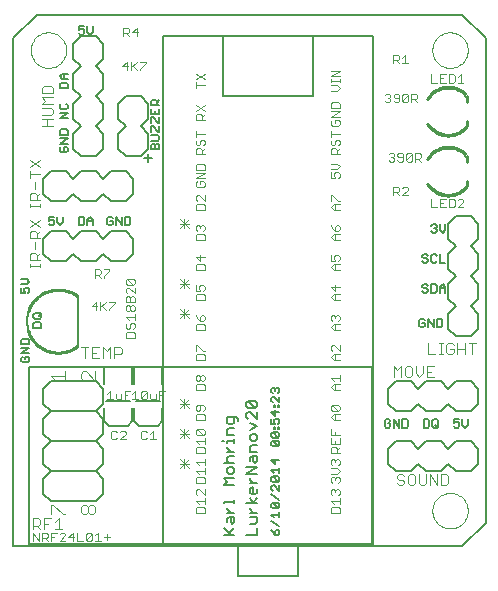
<source format=gto>
G75*
%MOIN*%
%OFA0B0*%
%FSLAX24Y24*%
%IPPOS*%
%LPD*%
%AMOC8*
5,1,8,0,0,1.08239X$1,22.5*
%
%ADD10C,0.0080*%
%ADD11C,0.0050*%
%ADD12C,0.0060*%
%ADD13C,0.0000*%
%ADD14C,0.0030*%
%ADD15C,0.0040*%
%ADD16C,0.0008*%
%ADD17C,0.0010*%
%ADD18C,0.0100*%
D10*
X000400Y001125D02*
X000400Y018054D01*
X001187Y018842D01*
X015361Y018842D01*
X016148Y018054D01*
X016148Y001912D01*
X015361Y001125D01*
X000400Y001125D01*
X003585Y005141D02*
X003428Y005298D01*
X003428Y005731D01*
X003585Y005141D02*
X004215Y005141D01*
X004372Y005298D01*
X004372Y005731D01*
X004428Y005731D02*
X004428Y005298D01*
X004585Y005141D01*
X005215Y005141D01*
X005372Y005298D01*
X005372Y005731D01*
X005372Y006519D02*
X005372Y007109D01*
X004428Y007109D01*
X004428Y006519D01*
X004372Y006519D02*
X004372Y007109D01*
X003428Y007109D01*
X003428Y006519D01*
X002550Y007800D02*
X002550Y009450D01*
X000900Y008875D02*
X000888Y008809D01*
X000879Y008743D01*
X000874Y008677D01*
X000873Y008610D01*
X000876Y008543D01*
X000883Y008477D01*
X000893Y008411D01*
X000907Y008346D01*
X000925Y008281D01*
X000947Y008218D01*
X000973Y008156D01*
X001001Y008096D01*
X001034Y008038D01*
X001069Y007981D01*
X001108Y007927D01*
X001150Y007875D01*
X000900Y008875D02*
X000916Y008936D01*
X000934Y008996D01*
X000956Y009054D01*
X000981Y009112D01*
X001009Y009168D01*
X001040Y009223D01*
X001074Y009275D01*
X001111Y009326D01*
X001150Y009375D01*
X000900Y008875D02*
X000888Y008813D01*
X000880Y008751D01*
X000875Y008688D01*
X000873Y008625D01*
X000875Y008562D01*
X000880Y008499D01*
X000888Y008437D01*
X000900Y008375D01*
X001650Y010625D02*
X001400Y010875D01*
X001400Y011375D01*
X001650Y011625D01*
X002150Y011625D01*
X002400Y011375D01*
X002650Y011625D01*
X003150Y011625D01*
X003400Y011375D01*
X003650Y011625D01*
X004150Y011625D01*
X004400Y011375D01*
X004400Y010875D01*
X004150Y010625D01*
X003650Y010625D01*
X003400Y010875D01*
X003150Y010625D01*
X002650Y010625D01*
X002400Y010875D01*
X002150Y010625D01*
X001650Y010625D01*
X001650Y012625D02*
X001400Y012875D01*
X001400Y013375D01*
X001650Y013625D01*
X002150Y013625D01*
X002400Y013375D01*
X002650Y013625D01*
X003150Y013625D01*
X003400Y013375D01*
X003650Y013625D01*
X004150Y013625D01*
X004400Y013375D01*
X004400Y012875D01*
X004150Y012625D01*
X003650Y012625D01*
X003400Y012875D01*
X003150Y012625D01*
X002650Y012625D01*
X002400Y012875D01*
X002150Y012625D01*
X001650Y012625D01*
X002650Y014125D02*
X002400Y014375D01*
X002400Y014875D01*
X002650Y015125D01*
X002400Y015375D01*
X002400Y015875D01*
X002650Y016125D01*
X002400Y016375D01*
X002400Y016875D01*
X002650Y017125D01*
X002400Y017375D01*
X002400Y017875D01*
X002650Y018125D01*
X003150Y018125D01*
X003400Y017875D01*
X003400Y017375D01*
X003150Y017125D01*
X003400Y016875D01*
X003400Y016375D01*
X003150Y016125D01*
X003400Y015875D01*
X003400Y015375D01*
X003150Y015125D01*
X003400Y014875D01*
X003400Y014375D01*
X003150Y014125D01*
X002650Y014125D01*
X003900Y014375D02*
X003900Y014875D01*
X004150Y015125D01*
X003900Y015375D01*
X003900Y015875D01*
X004150Y016125D01*
X004650Y016125D01*
X004900Y015875D01*
X004900Y015375D01*
X004650Y015125D01*
X004900Y014875D01*
X004900Y014375D01*
X004650Y014125D01*
X004150Y014125D01*
X003900Y014375D01*
X004760Y014055D02*
X005040Y014055D01*
X004900Y013915D02*
X004900Y014195D01*
X005400Y018125D02*
X005400Y002125D01*
X012400Y002125D02*
X012400Y018125D01*
X015150Y012125D02*
X015650Y012125D01*
X015900Y011875D01*
X015900Y011375D01*
X015650Y011125D01*
X015900Y010875D01*
X015900Y010375D01*
X015650Y010125D01*
X015900Y009875D01*
X015900Y009375D01*
X015650Y009125D01*
X015900Y008875D01*
X015900Y008375D01*
X015650Y008125D01*
X015150Y008125D01*
X014900Y008375D01*
X014900Y008875D01*
X015150Y009125D01*
X014900Y009375D01*
X014900Y009875D01*
X015150Y010125D01*
X014900Y010375D01*
X014900Y010875D01*
X015150Y011125D01*
X014900Y011375D01*
X014900Y011875D01*
X015150Y012125D01*
X015150Y006625D02*
X015650Y006625D01*
X015900Y006375D01*
X015900Y005875D01*
X015650Y005625D01*
X015150Y005625D01*
X014900Y005875D01*
X014650Y005625D01*
X014150Y005625D01*
X013900Y005875D01*
X013650Y005625D01*
X013150Y005625D01*
X012900Y005875D01*
X012900Y006375D01*
X013150Y006625D01*
X013650Y006625D01*
X013900Y006375D01*
X014150Y006625D01*
X014650Y006625D01*
X014900Y006375D01*
X015150Y006625D01*
X015150Y004625D02*
X015650Y004625D01*
X015900Y004375D01*
X015900Y003875D01*
X015650Y003625D01*
X015150Y003625D01*
X014900Y003875D01*
X014650Y003625D01*
X014150Y003625D01*
X013900Y003875D01*
X013650Y003625D01*
X013150Y003625D01*
X012900Y003875D01*
X012900Y004375D01*
X013150Y004625D01*
X013650Y004625D01*
X013900Y004375D01*
X014150Y004625D01*
X014650Y004625D01*
X014900Y004375D01*
X015150Y004625D01*
D11*
X015131Y005080D02*
X015086Y005125D01*
X015131Y005080D02*
X015221Y005080D01*
X015266Y005125D01*
X015266Y005215D01*
X015221Y005260D01*
X015176Y005260D01*
X015086Y005215D01*
X015086Y005350D01*
X015266Y005350D01*
X015380Y005350D02*
X015380Y005170D01*
X015470Y005080D01*
X015561Y005170D01*
X015561Y005350D01*
X014561Y005305D02*
X014561Y005125D01*
X014515Y005080D01*
X014425Y005080D01*
X014380Y005125D01*
X014380Y005305D01*
X014425Y005350D01*
X014515Y005350D01*
X014561Y005305D01*
X014470Y005170D02*
X014561Y005080D01*
X014266Y005125D02*
X014266Y005305D01*
X014221Y005350D01*
X014086Y005350D01*
X014086Y005080D01*
X014221Y005080D01*
X014266Y005125D01*
X013561Y005125D02*
X013561Y005305D01*
X013515Y005350D01*
X013380Y005350D01*
X013380Y005080D01*
X013515Y005080D01*
X013561Y005125D01*
X013266Y005080D02*
X013266Y005350D01*
X013086Y005350D02*
X013266Y005080D01*
X013086Y005080D02*
X013086Y005350D01*
X012971Y005305D02*
X012926Y005350D01*
X012836Y005350D01*
X012791Y005305D01*
X012791Y005125D01*
X012836Y005080D01*
X012926Y005080D01*
X012971Y005125D01*
X012971Y005215D01*
X012881Y005215D01*
X012349Y007094D02*
X000931Y007094D01*
X000931Y001188D01*
X012349Y001188D01*
X012349Y007094D01*
X013941Y008475D02*
X013986Y008430D01*
X014076Y008430D01*
X014121Y008475D01*
X014121Y008565D01*
X014031Y008565D01*
X013941Y008655D02*
X013941Y008475D01*
X013941Y008655D02*
X013986Y008700D01*
X014076Y008700D01*
X014121Y008655D01*
X014236Y008700D02*
X014236Y008430D01*
X014416Y008430D02*
X014236Y008700D01*
X014416Y008700D02*
X014416Y008430D01*
X014530Y008430D02*
X014665Y008430D01*
X014711Y008475D01*
X014711Y008655D01*
X014665Y008700D01*
X014530Y008700D01*
X014530Y008430D01*
X014471Y009580D02*
X014336Y009580D01*
X014336Y009850D01*
X014471Y009850D01*
X014516Y009805D01*
X014516Y009625D01*
X014471Y009580D01*
X014630Y009580D02*
X014630Y009760D01*
X014720Y009850D01*
X014811Y009760D01*
X014811Y009580D01*
X014811Y009715D02*
X014630Y009715D01*
X014221Y009670D02*
X014221Y009625D01*
X014176Y009580D01*
X014086Y009580D01*
X014041Y009625D01*
X014086Y009715D02*
X014041Y009760D01*
X014041Y009805D01*
X014086Y009850D01*
X014176Y009850D01*
X014221Y009805D01*
X014176Y009715D02*
X014221Y009670D01*
X014176Y009715D02*
X014086Y009715D01*
X014086Y010580D02*
X014041Y010625D01*
X014086Y010580D02*
X014176Y010580D01*
X014221Y010625D01*
X014221Y010670D01*
X014176Y010715D01*
X014086Y010715D01*
X014041Y010760D01*
X014041Y010805D01*
X014086Y010850D01*
X014176Y010850D01*
X014221Y010805D01*
X014336Y010805D02*
X014336Y010625D01*
X014381Y010580D01*
X014471Y010580D01*
X014516Y010625D01*
X014630Y010580D02*
X014811Y010580D01*
X014630Y010580D02*
X014630Y010850D01*
X014516Y010805D02*
X014471Y010850D01*
X014381Y010850D01*
X014336Y010805D01*
X014381Y011580D02*
X014336Y011625D01*
X014381Y011580D02*
X014471Y011580D01*
X014516Y011625D01*
X014516Y011670D01*
X014471Y011715D01*
X014426Y011715D01*
X014471Y011715D02*
X014516Y011760D01*
X014516Y011805D01*
X014471Y011850D01*
X014381Y011850D01*
X014336Y011805D01*
X014630Y011850D02*
X014630Y011670D01*
X014720Y011580D01*
X014811Y011670D01*
X014811Y011850D01*
X010400Y016125D02*
X007400Y016125D01*
X007400Y018125D01*
X010400Y018125D01*
X010400Y016125D01*
X010400Y018125D02*
X012400Y018125D01*
X007400Y018125D02*
X005400Y018125D01*
X005275Y016003D02*
X005185Y015913D01*
X005185Y015958D02*
X005185Y015823D01*
X005275Y015823D02*
X005005Y015823D01*
X005005Y015958D01*
X005050Y016003D01*
X005140Y016003D01*
X005185Y015958D01*
X005275Y015709D02*
X005275Y015529D01*
X005005Y015529D01*
X005005Y015709D01*
X005140Y015619D02*
X005140Y015529D01*
X005050Y015414D02*
X005230Y015234D01*
X005275Y015234D01*
X005275Y015414D01*
X005050Y015414D02*
X005005Y015414D01*
X005005Y015234D01*
X005005Y015119D02*
X005050Y015119D01*
X005230Y014939D01*
X005275Y014939D01*
X005275Y015119D01*
X005005Y015119D02*
X005005Y014939D01*
X005005Y014825D02*
X005230Y014825D01*
X005275Y014780D01*
X005275Y014690D01*
X005230Y014645D01*
X005005Y014645D01*
X005050Y014530D02*
X005095Y014530D01*
X005140Y014485D01*
X005140Y014350D01*
X005275Y014350D02*
X005275Y014485D01*
X005230Y014530D01*
X005185Y014530D01*
X005140Y014485D01*
X005050Y014530D02*
X005005Y014485D01*
X005005Y014350D01*
X005275Y014350D01*
X004265Y012100D02*
X004130Y012100D01*
X004130Y011830D01*
X004265Y011830D01*
X004311Y011875D01*
X004311Y012055D01*
X004265Y012100D01*
X004016Y012100D02*
X004016Y011830D01*
X003836Y012100D01*
X003836Y011830D01*
X003721Y011875D02*
X003721Y011965D01*
X003631Y011965D01*
X003541Y011875D02*
X003586Y011830D01*
X003676Y011830D01*
X003721Y011875D01*
X003541Y011875D02*
X003541Y012055D01*
X003586Y012100D01*
X003676Y012100D01*
X003721Y012055D01*
X003061Y012010D02*
X003061Y011830D01*
X003061Y011965D02*
X002880Y011965D01*
X002880Y012010D02*
X002880Y011830D01*
X002766Y011875D02*
X002766Y012055D01*
X002721Y012100D01*
X002586Y012100D01*
X002586Y011830D01*
X002721Y011830D01*
X002766Y011875D01*
X002880Y012010D02*
X002970Y012100D01*
X003061Y012010D01*
X002061Y011920D02*
X002061Y012100D01*
X002061Y011920D02*
X001970Y011830D01*
X001880Y011920D01*
X001880Y012100D01*
X001766Y012100D02*
X001586Y012100D01*
X001586Y011965D01*
X001676Y012010D01*
X001721Y012010D01*
X001766Y011965D01*
X001766Y011875D01*
X001721Y011830D01*
X001631Y011830D01*
X001586Y011875D01*
X000855Y010036D02*
X000675Y010036D01*
X000855Y010036D02*
X000945Y009945D01*
X000855Y009855D01*
X000675Y009855D01*
X000675Y009741D02*
X000675Y009561D01*
X000810Y009561D01*
X000765Y009651D01*
X000765Y009696D01*
X000810Y009741D01*
X000900Y009741D01*
X000945Y009696D01*
X000945Y009606D01*
X000900Y009561D01*
X001120Y008886D02*
X001300Y008886D01*
X001345Y008840D01*
X001345Y008750D01*
X001300Y008705D01*
X001120Y008705D01*
X001075Y008750D01*
X001075Y008840D01*
X001120Y008886D01*
X001255Y008795D02*
X001345Y008886D01*
X001300Y008591D02*
X001120Y008591D01*
X001075Y008546D01*
X001075Y008411D01*
X001345Y008411D01*
X001345Y008546D01*
X001300Y008591D01*
X000900Y008036D02*
X000720Y008036D01*
X000675Y007990D01*
X000675Y007855D01*
X000945Y007855D01*
X000945Y007990D01*
X000900Y008036D01*
X000945Y007741D02*
X000675Y007741D01*
X000675Y007561D02*
X000945Y007741D01*
X000945Y007561D02*
X000675Y007561D01*
X000720Y007446D02*
X000675Y007401D01*
X000675Y007311D01*
X000720Y007266D01*
X000900Y007266D01*
X000945Y007311D01*
X000945Y007401D01*
X000900Y007446D01*
X000810Y007446D01*
X000810Y007356D01*
X001650Y006625D02*
X001400Y006375D01*
X001400Y005875D01*
X001650Y005625D01*
X003150Y005625D01*
X003400Y005375D01*
X003400Y004875D01*
X003150Y004625D01*
X001650Y004625D01*
X001400Y004875D01*
X001400Y005375D01*
X001650Y005625D01*
X001650Y004625D02*
X001400Y004375D01*
X001400Y003875D01*
X001650Y003625D01*
X003150Y003625D01*
X003400Y003375D01*
X003400Y002875D01*
X003150Y002625D01*
X001650Y002625D01*
X001400Y002875D01*
X001400Y003375D01*
X001650Y003625D01*
X003150Y003625D02*
X003400Y003875D01*
X003400Y004375D01*
X003150Y004625D01*
X003150Y005625D02*
X003400Y005875D01*
X003400Y006375D01*
X003150Y006625D01*
X001650Y006625D01*
X003500Y005975D02*
X004300Y005975D01*
X004500Y005975D02*
X005300Y005975D01*
X005400Y002125D02*
X005400Y001125D01*
X007900Y001125D01*
X007900Y000125D01*
X009900Y000125D01*
X009900Y001125D01*
X012400Y001125D01*
X012400Y002125D01*
X009900Y001125D02*
X007900Y001125D01*
X009005Y001680D02*
X009050Y001590D01*
X009140Y001500D01*
X009140Y001635D01*
X009185Y001680D01*
X009230Y001680D01*
X009275Y001635D01*
X009275Y001545D01*
X009230Y001500D01*
X009140Y001500D01*
X009275Y001795D02*
X009005Y001975D01*
X009095Y002089D02*
X009005Y002179D01*
X009275Y002179D01*
X009275Y002089D02*
X009275Y002269D01*
X009230Y002384D02*
X009050Y002564D01*
X009230Y002564D01*
X009275Y002519D01*
X009275Y002429D01*
X009230Y002384D01*
X009050Y002384D01*
X009005Y002429D01*
X009005Y002519D01*
X009050Y002564D01*
X009275Y002679D02*
X009005Y002859D01*
X009050Y002973D02*
X009005Y003018D01*
X009005Y003108D01*
X009050Y003153D01*
X009095Y003153D01*
X009275Y002973D01*
X009275Y003153D01*
X009230Y003268D02*
X009050Y003448D01*
X009230Y003448D01*
X009275Y003403D01*
X009275Y003313D01*
X009230Y003268D01*
X009050Y003268D01*
X009005Y003313D01*
X009005Y003403D01*
X009050Y003448D01*
X009095Y003563D02*
X009005Y003653D01*
X009275Y003653D01*
X009275Y003563D02*
X009275Y003743D01*
X009140Y003857D02*
X009140Y004037D01*
X009275Y003992D02*
X009005Y003992D01*
X009140Y003857D01*
X009230Y004447D02*
X009050Y004447D01*
X009005Y004492D01*
X009005Y004582D01*
X009050Y004627D01*
X009230Y004447D01*
X009275Y004492D01*
X009275Y004582D01*
X009230Y004627D01*
X009050Y004627D01*
X009050Y004741D02*
X009005Y004786D01*
X009005Y004876D01*
X009050Y004921D01*
X009230Y004741D01*
X009275Y004786D01*
X009275Y004876D01*
X009230Y004921D01*
X009050Y004921D01*
X009095Y005036D02*
X009140Y005036D01*
X009140Y005081D01*
X009095Y005081D01*
X009095Y005036D01*
X009230Y005036D02*
X009275Y005036D01*
X009275Y005081D01*
X009230Y005081D01*
X009230Y005036D01*
X009230Y005183D02*
X009275Y005228D01*
X009275Y005318D01*
X009230Y005363D01*
X009140Y005363D01*
X009095Y005318D01*
X009095Y005273D01*
X009140Y005183D01*
X009005Y005183D01*
X009005Y005363D01*
X009140Y005478D02*
X009005Y005613D01*
X009275Y005613D01*
X009140Y005658D02*
X009140Y005478D01*
X009140Y005772D02*
X009095Y005772D01*
X009095Y005817D01*
X009140Y005817D01*
X009140Y005772D01*
X009230Y005772D02*
X009275Y005772D01*
X009275Y005817D01*
X009230Y005817D01*
X009230Y005772D01*
X009275Y005920D02*
X009095Y006100D01*
X009050Y006100D01*
X009005Y006055D01*
X009005Y005965D01*
X009050Y005920D01*
X009050Y006214D02*
X009005Y006259D01*
X009005Y006350D01*
X009050Y006395D01*
X009095Y006395D01*
X009140Y006350D01*
X009185Y006395D01*
X009230Y006395D01*
X009275Y006350D01*
X009275Y006259D01*
X009230Y006214D01*
X009275Y006100D02*
X009275Y005920D01*
X009140Y006305D02*
X009140Y006350D01*
X009230Y004741D02*
X009050Y004741D01*
X002180Y014250D02*
X002000Y014250D01*
X001955Y014295D01*
X001955Y014385D01*
X002000Y014430D01*
X002090Y014430D02*
X002090Y014340D01*
X002090Y014430D02*
X002180Y014430D01*
X002225Y014385D01*
X002225Y014295D01*
X002180Y014250D01*
X002225Y014545D02*
X001955Y014545D01*
X002225Y014725D01*
X001955Y014725D01*
X001955Y014839D02*
X001955Y014974D01*
X002000Y015019D01*
X002180Y015019D01*
X002225Y014974D01*
X002225Y014839D01*
X001955Y014839D01*
X001955Y015400D02*
X002225Y015580D01*
X001955Y015580D01*
X002000Y015695D02*
X001955Y015740D01*
X001955Y015830D01*
X002000Y015875D01*
X002180Y015875D02*
X002225Y015830D01*
X002225Y015740D01*
X002180Y015695D01*
X002000Y015695D01*
X001955Y015400D02*
X002225Y015400D01*
X002225Y016400D02*
X001955Y016400D01*
X001955Y016535D01*
X002000Y016580D01*
X002180Y016580D01*
X002225Y016535D01*
X002225Y016400D01*
X002225Y016695D02*
X002045Y016695D01*
X001955Y016785D01*
X002045Y016875D01*
X002225Y016875D01*
X002090Y016875D02*
X002090Y016695D01*
X002631Y018180D02*
X002586Y018225D01*
X002631Y018180D02*
X002721Y018180D01*
X002766Y018225D01*
X002766Y018315D01*
X002721Y018360D01*
X002676Y018360D01*
X002586Y018315D01*
X002586Y018450D01*
X002766Y018450D01*
X002880Y018450D02*
X002880Y018270D01*
X002970Y018180D01*
X003061Y018270D01*
X003061Y018450D01*
D12*
X008236Y005967D02*
X008463Y005741D01*
X008520Y005797D01*
X008520Y005911D01*
X008463Y005967D01*
X008236Y005967D01*
X008180Y005911D01*
X008180Y005797D01*
X008236Y005741D01*
X008463Y005741D01*
X008520Y005599D02*
X008520Y005372D01*
X008293Y005599D01*
X008236Y005599D01*
X008180Y005542D01*
X008180Y005429D01*
X008236Y005372D01*
X008293Y005231D02*
X008520Y005117D01*
X008293Y005004D01*
X008350Y004863D02*
X008293Y004806D01*
X008293Y004692D01*
X008350Y004636D01*
X008463Y004636D01*
X008520Y004692D01*
X008520Y004806D01*
X008463Y004863D01*
X008350Y004863D01*
X008350Y004494D02*
X008520Y004494D01*
X008350Y004494D02*
X008293Y004438D01*
X008293Y004267D01*
X008520Y004267D01*
X008520Y004126D02*
X008350Y004126D01*
X008293Y004069D01*
X008293Y003956D01*
X008407Y003956D02*
X008407Y004126D01*
X008520Y004126D02*
X008520Y003956D01*
X008463Y003899D01*
X008407Y003956D01*
X008520Y003758D02*
X008180Y003758D01*
X008180Y003531D02*
X008520Y003758D01*
X008520Y003531D02*
X008180Y003531D01*
X008293Y003394D02*
X008293Y003337D01*
X008407Y003224D01*
X008520Y003224D02*
X008293Y003224D01*
X008350Y003082D02*
X008407Y003082D01*
X008407Y002855D01*
X008463Y002855D02*
X008350Y002855D01*
X008293Y002912D01*
X008293Y003026D01*
X008350Y003082D01*
X008520Y003026D02*
X008520Y002912D01*
X008463Y002855D01*
X008520Y002719D02*
X008407Y002549D01*
X008293Y002719D01*
X008180Y002549D02*
X008520Y002549D01*
X008293Y002412D02*
X008293Y002355D01*
X008407Y002242D01*
X008520Y002242D02*
X008293Y002242D01*
X008293Y002100D02*
X008520Y002100D01*
X008520Y001930D01*
X008463Y001873D01*
X008293Y001873D01*
X008520Y001732D02*
X008520Y001505D01*
X008180Y001505D01*
X007770Y001505D02*
X007430Y001505D01*
X007600Y001562D02*
X007770Y001732D01*
X007713Y001873D02*
X007657Y001930D01*
X007657Y002100D01*
X007600Y002100D02*
X007770Y002100D01*
X007770Y001930D01*
X007713Y001873D01*
X007543Y001930D02*
X007543Y002043D01*
X007600Y002100D01*
X007657Y002242D02*
X007543Y002355D01*
X007543Y002412D01*
X007543Y002242D02*
X007770Y002242D01*
X007770Y002549D02*
X007770Y002662D01*
X007770Y002605D02*
X007430Y002605D01*
X007430Y002549D01*
X007430Y003162D02*
X007543Y003276D01*
X007430Y003389D01*
X007770Y003389D01*
X007713Y003531D02*
X007600Y003531D01*
X007543Y003587D01*
X007543Y003701D01*
X007600Y003758D01*
X007713Y003758D01*
X007770Y003701D01*
X007770Y003587D01*
X007713Y003531D01*
X007770Y003899D02*
X007430Y003899D01*
X007543Y003956D02*
X007543Y004069D01*
X007600Y004126D01*
X007770Y004126D01*
X007770Y004267D02*
X007543Y004267D01*
X007657Y004267D02*
X007543Y004381D01*
X007543Y004438D01*
X007543Y004574D02*
X007543Y004631D01*
X007770Y004631D01*
X007770Y004574D02*
X007770Y004688D01*
X007770Y004820D02*
X007543Y004820D01*
X007543Y004990D01*
X007600Y005047D01*
X007770Y005047D01*
X007713Y005188D02*
X007600Y005188D01*
X007543Y005245D01*
X007543Y005415D01*
X007827Y005415D01*
X007883Y005358D01*
X007883Y005302D01*
X007770Y005245D02*
X007770Y005415D01*
X007770Y005245D02*
X007713Y005188D01*
X007430Y004631D02*
X007373Y004631D01*
X007543Y003956D02*
X007600Y003899D01*
X007770Y003162D02*
X007430Y003162D01*
X007430Y001732D02*
X007657Y001505D01*
D13*
X014376Y002306D02*
X014378Y002354D01*
X014384Y002402D01*
X014394Y002449D01*
X014407Y002495D01*
X014425Y002540D01*
X014445Y002584D01*
X014470Y002626D01*
X014498Y002665D01*
X014528Y002702D01*
X014562Y002736D01*
X014599Y002768D01*
X014637Y002797D01*
X014678Y002822D01*
X014721Y002844D01*
X014766Y002862D01*
X014812Y002876D01*
X014859Y002887D01*
X014907Y002894D01*
X014955Y002897D01*
X015003Y002896D01*
X015051Y002891D01*
X015099Y002882D01*
X015145Y002870D01*
X015190Y002853D01*
X015234Y002833D01*
X015276Y002810D01*
X015316Y002783D01*
X015354Y002753D01*
X015389Y002720D01*
X015421Y002684D01*
X015451Y002646D01*
X015477Y002605D01*
X015499Y002562D01*
X015519Y002518D01*
X015534Y002473D01*
X015546Y002426D01*
X015554Y002378D01*
X015558Y002330D01*
X015558Y002282D01*
X015554Y002234D01*
X015546Y002186D01*
X015534Y002139D01*
X015519Y002094D01*
X015499Y002050D01*
X015477Y002007D01*
X015451Y001966D01*
X015421Y001928D01*
X015389Y001892D01*
X015354Y001859D01*
X015316Y001829D01*
X015276Y001802D01*
X015234Y001779D01*
X015190Y001759D01*
X015145Y001742D01*
X015099Y001730D01*
X015051Y001721D01*
X015003Y001716D01*
X014955Y001715D01*
X014907Y001718D01*
X014859Y001725D01*
X014812Y001736D01*
X014766Y001750D01*
X014721Y001768D01*
X014678Y001790D01*
X014637Y001815D01*
X014599Y001844D01*
X014562Y001876D01*
X014528Y001910D01*
X014498Y001947D01*
X014470Y001986D01*
X014445Y002028D01*
X014425Y002072D01*
X014407Y002117D01*
X014394Y002163D01*
X014384Y002210D01*
X014378Y002258D01*
X014376Y002306D01*
X014376Y017660D02*
X014378Y017708D01*
X014384Y017756D01*
X014394Y017803D01*
X014407Y017849D01*
X014425Y017894D01*
X014445Y017938D01*
X014470Y017980D01*
X014498Y018019D01*
X014528Y018056D01*
X014562Y018090D01*
X014599Y018122D01*
X014637Y018151D01*
X014678Y018176D01*
X014721Y018198D01*
X014766Y018216D01*
X014812Y018230D01*
X014859Y018241D01*
X014907Y018248D01*
X014955Y018251D01*
X015003Y018250D01*
X015051Y018245D01*
X015099Y018236D01*
X015145Y018224D01*
X015190Y018207D01*
X015234Y018187D01*
X015276Y018164D01*
X015316Y018137D01*
X015354Y018107D01*
X015389Y018074D01*
X015421Y018038D01*
X015451Y018000D01*
X015477Y017959D01*
X015499Y017916D01*
X015519Y017872D01*
X015534Y017827D01*
X015546Y017780D01*
X015554Y017732D01*
X015558Y017684D01*
X015558Y017636D01*
X015554Y017588D01*
X015546Y017540D01*
X015534Y017493D01*
X015519Y017448D01*
X015499Y017404D01*
X015477Y017361D01*
X015451Y017320D01*
X015421Y017282D01*
X015389Y017246D01*
X015354Y017213D01*
X015316Y017183D01*
X015276Y017156D01*
X015234Y017133D01*
X015190Y017113D01*
X015145Y017096D01*
X015099Y017084D01*
X015051Y017075D01*
X015003Y017070D01*
X014955Y017069D01*
X014907Y017072D01*
X014859Y017079D01*
X014812Y017090D01*
X014766Y017104D01*
X014721Y017122D01*
X014678Y017144D01*
X014637Y017169D01*
X014599Y017198D01*
X014562Y017230D01*
X014528Y017264D01*
X014498Y017301D01*
X014470Y017340D01*
X014445Y017382D01*
X014425Y017426D01*
X014407Y017471D01*
X014394Y017517D01*
X014384Y017564D01*
X014378Y017612D01*
X014376Y017660D01*
X000990Y017660D02*
X000992Y017708D01*
X000998Y017756D01*
X001008Y017803D01*
X001021Y017849D01*
X001039Y017894D01*
X001059Y017938D01*
X001084Y017980D01*
X001112Y018019D01*
X001142Y018056D01*
X001176Y018090D01*
X001213Y018122D01*
X001251Y018151D01*
X001292Y018176D01*
X001335Y018198D01*
X001380Y018216D01*
X001426Y018230D01*
X001473Y018241D01*
X001521Y018248D01*
X001569Y018251D01*
X001617Y018250D01*
X001665Y018245D01*
X001713Y018236D01*
X001759Y018224D01*
X001804Y018207D01*
X001848Y018187D01*
X001890Y018164D01*
X001930Y018137D01*
X001968Y018107D01*
X002003Y018074D01*
X002035Y018038D01*
X002065Y018000D01*
X002091Y017959D01*
X002113Y017916D01*
X002133Y017872D01*
X002148Y017827D01*
X002160Y017780D01*
X002168Y017732D01*
X002172Y017684D01*
X002172Y017636D01*
X002168Y017588D01*
X002160Y017540D01*
X002148Y017493D01*
X002133Y017448D01*
X002113Y017404D01*
X002091Y017361D01*
X002065Y017320D01*
X002035Y017282D01*
X002003Y017246D01*
X001968Y017213D01*
X001930Y017183D01*
X001890Y017156D01*
X001848Y017133D01*
X001804Y017113D01*
X001759Y017096D01*
X001713Y017084D01*
X001665Y017075D01*
X001617Y017070D01*
X001569Y017069D01*
X001521Y017072D01*
X001473Y017079D01*
X001426Y017090D01*
X001380Y017104D01*
X001335Y017122D01*
X001292Y017144D01*
X001251Y017169D01*
X001213Y017198D01*
X001176Y017230D01*
X001142Y017264D01*
X001112Y017301D01*
X001084Y017340D01*
X001059Y017382D01*
X001039Y017426D01*
X001021Y017471D01*
X001008Y017517D01*
X000998Y017564D01*
X000992Y017612D01*
X000990Y017660D01*
D14*
X004044Y017134D02*
X004237Y017134D01*
X004338Y017085D02*
X004532Y017279D01*
X004633Y017279D02*
X004827Y017279D01*
X004827Y017230D01*
X004633Y017037D01*
X004633Y016988D01*
X004532Y016988D02*
X004387Y017134D01*
X004338Y017279D02*
X004338Y016988D01*
X004189Y016988D02*
X004189Y017279D01*
X004044Y017134D01*
X004076Y018120D02*
X004076Y018410D01*
X004221Y018410D01*
X004269Y018362D01*
X004269Y018265D01*
X004221Y018217D01*
X004076Y018217D01*
X004172Y018217D02*
X004269Y018120D01*
X004370Y018265D02*
X004564Y018265D01*
X004515Y018120D02*
X004515Y018410D01*
X004370Y018265D01*
X006495Y016878D02*
X006785Y016685D01*
X006785Y016878D02*
X006495Y016685D01*
X006495Y016583D02*
X006495Y016390D01*
X006495Y016487D02*
X006785Y016487D01*
X006785Y015828D02*
X006495Y015635D01*
X006543Y015533D02*
X006640Y015533D01*
X006688Y015485D01*
X006688Y015340D01*
X006688Y015437D02*
X006785Y015533D01*
X006785Y015635D02*
X006495Y015828D01*
X006543Y015533D02*
X006495Y015485D01*
X006495Y015340D01*
X006785Y015340D01*
X006785Y014876D02*
X006495Y014876D01*
X006495Y014779D02*
X006495Y014973D01*
X006543Y014678D02*
X006495Y014630D01*
X006495Y014533D01*
X006543Y014485D01*
X006592Y014485D01*
X006640Y014533D01*
X006640Y014630D01*
X006688Y014678D01*
X006737Y014678D01*
X006785Y014630D01*
X006785Y014533D01*
X006737Y014485D01*
X006785Y014383D02*
X006688Y014287D01*
X006688Y014335D02*
X006688Y014190D01*
X006785Y014190D02*
X006495Y014190D01*
X006495Y014335D01*
X006543Y014383D01*
X006640Y014383D01*
X006688Y014335D01*
X006737Y013873D02*
X006543Y013873D01*
X006495Y013824D01*
X006495Y013679D01*
X006785Y013679D01*
X006785Y013824D01*
X006737Y013873D01*
X006785Y013578D02*
X006495Y013578D01*
X006495Y013385D02*
X006785Y013578D01*
X006785Y013385D02*
X006495Y013385D01*
X006543Y013283D02*
X006495Y013235D01*
X006495Y013138D01*
X006543Y013090D01*
X006737Y013090D01*
X006785Y013138D01*
X006785Y013235D01*
X006737Y013283D01*
X006640Y013283D01*
X006640Y013187D01*
X006592Y012828D02*
X006543Y012828D01*
X006495Y012780D01*
X006495Y012683D01*
X006543Y012635D01*
X006543Y012533D02*
X006495Y012485D01*
X006495Y012340D01*
X006785Y012340D01*
X006785Y012485D01*
X006737Y012533D01*
X006543Y012533D01*
X006785Y012635D02*
X006592Y012828D01*
X006785Y012828D02*
X006785Y012635D01*
X006737Y011828D02*
X006785Y011780D01*
X006785Y011683D01*
X006737Y011635D01*
X006737Y011533D02*
X006543Y011533D01*
X006495Y011485D01*
X006495Y011340D01*
X006785Y011340D01*
X006785Y011485D01*
X006737Y011533D01*
X006543Y011635D02*
X006495Y011683D01*
X006495Y011780D01*
X006543Y011828D01*
X006592Y011828D01*
X006640Y011780D01*
X006688Y011828D01*
X006737Y011828D01*
X006640Y011780D02*
X006640Y011731D01*
X006640Y010828D02*
X006640Y010635D01*
X006495Y010780D01*
X006785Y010780D01*
X006737Y010533D02*
X006543Y010533D01*
X006495Y010485D01*
X006495Y010340D01*
X006785Y010340D01*
X006785Y010485D01*
X006737Y010533D01*
X006737Y009828D02*
X006785Y009780D01*
X006785Y009683D01*
X006737Y009635D01*
X006640Y009635D02*
X006592Y009731D01*
X006592Y009780D01*
X006640Y009828D01*
X006737Y009828D01*
X006640Y009635D02*
X006495Y009635D01*
X006495Y009828D01*
X006543Y009533D02*
X006495Y009485D01*
X006495Y009340D01*
X006785Y009340D01*
X006785Y009485D01*
X006737Y009533D01*
X006543Y009533D01*
X006495Y008828D02*
X006543Y008731D01*
X006640Y008635D01*
X006640Y008780D01*
X006688Y008828D01*
X006737Y008828D01*
X006785Y008780D01*
X006785Y008683D01*
X006737Y008635D01*
X006640Y008635D01*
X006737Y008533D02*
X006543Y008533D01*
X006495Y008485D01*
X006495Y008340D01*
X006785Y008340D01*
X006785Y008485D01*
X006737Y008533D01*
X006543Y007828D02*
X006737Y007635D01*
X006785Y007635D01*
X006737Y007533D02*
X006543Y007533D01*
X006495Y007485D01*
X006495Y007340D01*
X006785Y007340D01*
X006785Y007485D01*
X006737Y007533D01*
X006495Y007635D02*
X006495Y007828D01*
X006543Y007828D01*
X006543Y006828D02*
X006592Y006828D01*
X006640Y006780D01*
X006640Y006683D01*
X006592Y006635D01*
X006543Y006635D01*
X006495Y006683D01*
X006495Y006780D01*
X006543Y006828D01*
X006640Y006780D02*
X006688Y006828D01*
X006737Y006828D01*
X006785Y006780D01*
X006785Y006683D01*
X006737Y006635D01*
X006688Y006635D01*
X006640Y006683D01*
X006737Y006533D02*
X006543Y006533D01*
X006495Y006485D01*
X006495Y006340D01*
X006785Y006340D01*
X006785Y006485D01*
X006737Y006533D01*
X006737Y005828D02*
X006543Y005828D01*
X006495Y005780D01*
X006495Y005683D01*
X006543Y005635D01*
X006592Y005635D01*
X006640Y005683D01*
X006640Y005828D01*
X006737Y005828D02*
X006785Y005780D01*
X006785Y005683D01*
X006737Y005635D01*
X006737Y005533D02*
X006543Y005533D01*
X006495Y005485D01*
X006495Y005340D01*
X006785Y005340D01*
X006785Y005485D01*
X006737Y005533D01*
X006737Y005023D02*
X006543Y005023D01*
X006737Y004829D01*
X006785Y004878D01*
X006785Y004974D01*
X006737Y005023D01*
X006737Y004829D02*
X006543Y004829D01*
X006495Y004878D01*
X006495Y004974D01*
X006543Y005023D01*
X006785Y004728D02*
X006785Y004535D01*
X006785Y004631D02*
X006495Y004631D01*
X006592Y004535D01*
X006543Y004433D02*
X006495Y004385D01*
X006495Y004240D01*
X006785Y004240D01*
X006785Y004385D01*
X006737Y004433D01*
X006543Y004433D01*
X006785Y004023D02*
X006785Y003829D01*
X006785Y003926D02*
X006495Y003926D01*
X006592Y003829D01*
X006785Y003728D02*
X006785Y003535D01*
X006785Y003631D02*
X006495Y003631D01*
X006592Y003535D01*
X006543Y003433D02*
X006495Y003385D01*
X006495Y003240D01*
X006785Y003240D01*
X006785Y003385D01*
X006737Y003433D01*
X006543Y003433D01*
X006543Y003023D02*
X006495Y002974D01*
X006495Y002878D01*
X006543Y002829D01*
X006543Y003023D02*
X006592Y003023D01*
X006785Y002829D01*
X006785Y003023D01*
X006785Y002728D02*
X006785Y002535D01*
X006785Y002631D02*
X006495Y002631D01*
X006592Y002535D01*
X006543Y002433D02*
X006495Y002385D01*
X006495Y002240D01*
X006785Y002240D01*
X006785Y002385D01*
X006737Y002433D01*
X006543Y002433D01*
X005153Y004684D02*
X004960Y004684D01*
X005056Y004684D02*
X005056Y004974D01*
X004960Y004877D01*
X004858Y004926D02*
X004810Y004974D01*
X004713Y004974D01*
X004665Y004926D01*
X004665Y004732D01*
X004713Y004684D01*
X004810Y004684D01*
X004858Y004732D01*
X004153Y004684D02*
X003960Y004684D01*
X004153Y004877D01*
X004153Y004926D01*
X004105Y004974D01*
X004008Y004974D01*
X003960Y004926D01*
X003858Y004926D02*
X003810Y004974D01*
X003713Y004974D01*
X003665Y004926D01*
X003665Y004732D01*
X003713Y004684D01*
X003810Y004684D01*
X003858Y004732D01*
X003869Y006014D02*
X004014Y006014D01*
X004014Y006208D01*
X004115Y006160D02*
X004212Y006160D01*
X004376Y006208D02*
X004472Y006305D01*
X004472Y006014D01*
X004376Y006014D02*
X004569Y006014D01*
X004670Y006063D02*
X004670Y006256D01*
X004719Y006305D01*
X004815Y006305D01*
X004864Y006256D01*
X004670Y006063D01*
X004719Y006014D01*
X004815Y006014D01*
X004864Y006063D01*
X004864Y006256D01*
X004965Y006208D02*
X004965Y006063D01*
X005013Y006014D01*
X005158Y006014D01*
X005158Y006208D01*
X005260Y006160D02*
X005356Y006160D01*
X005260Y006305D02*
X005260Y006014D01*
X005260Y006305D02*
X005453Y006305D01*
X004308Y006305D02*
X004115Y006305D01*
X004115Y006014D01*
X003869Y006014D02*
X003820Y006063D01*
X003820Y006208D01*
X003719Y006014D02*
X003526Y006014D01*
X003622Y006014D02*
X003622Y006305D01*
X003526Y006208D01*
X004165Y008077D02*
X004165Y008223D01*
X004213Y008271D01*
X004407Y008271D01*
X004455Y008223D01*
X004455Y008077D01*
X004165Y008077D01*
X004213Y008372D02*
X004262Y008372D01*
X004310Y008420D01*
X004310Y008517D01*
X004358Y008566D01*
X004407Y008566D01*
X004455Y008517D01*
X004455Y008420D01*
X004407Y008372D01*
X004213Y008372D02*
X004165Y008420D01*
X004165Y008517D01*
X004213Y008566D01*
X004262Y008667D02*
X004165Y008763D01*
X004455Y008763D01*
X004455Y008667D02*
X004455Y008860D01*
X004407Y008961D02*
X004358Y008961D01*
X004310Y009010D01*
X004310Y009107D01*
X004358Y009155D01*
X004407Y009155D01*
X004455Y009107D01*
X004455Y009010D01*
X004407Y008961D01*
X004310Y009010D02*
X004262Y008961D01*
X004213Y008961D01*
X004165Y009010D01*
X004165Y009107D01*
X004213Y009155D01*
X004262Y009155D01*
X004310Y009107D01*
X004310Y009256D02*
X004310Y009401D01*
X004358Y009450D01*
X004407Y009450D01*
X004455Y009401D01*
X004455Y009256D01*
X004165Y009256D01*
X004165Y009401D01*
X004213Y009450D01*
X004262Y009450D01*
X004310Y009401D01*
X004213Y009551D02*
X004165Y009599D01*
X004165Y009696D01*
X004213Y009744D01*
X004262Y009744D01*
X004455Y009551D01*
X004455Y009744D01*
X004407Y009845D02*
X004213Y010039D01*
X004407Y010039D01*
X004455Y009990D01*
X004455Y009894D01*
X004407Y009845D01*
X004213Y009845D01*
X004165Y009894D01*
X004165Y009990D01*
X004213Y010039D01*
X003614Y010312D02*
X003420Y010118D01*
X003420Y010070D01*
X003319Y010070D02*
X003222Y010167D01*
X003271Y010167D02*
X003126Y010167D01*
X003126Y010070D02*
X003126Y010360D01*
X003271Y010360D01*
X003319Y010312D01*
X003319Y010215D01*
X003271Y010167D01*
X003420Y010360D02*
X003614Y010360D01*
X003614Y010312D01*
X003604Y009280D02*
X003798Y009280D01*
X003798Y009232D01*
X003604Y009038D01*
X003604Y008990D01*
X003503Y008990D02*
X003358Y009135D01*
X003310Y009087D02*
X003503Y009280D01*
X003310Y009280D02*
X003310Y008990D01*
X003160Y008990D02*
X003160Y009280D01*
X003015Y009135D01*
X003208Y009135D01*
X001920Y002060D02*
X001797Y001937D01*
X001675Y002060D02*
X001428Y002060D01*
X001428Y001690D01*
X001307Y001690D02*
X001183Y001813D01*
X001245Y001813D02*
X001060Y001813D01*
X001060Y001690D02*
X001060Y002060D01*
X001245Y002060D01*
X001307Y001999D01*
X001307Y001875D01*
X001245Y001813D01*
X001428Y001875D02*
X001552Y001875D01*
X001505Y001580D02*
X001360Y001580D01*
X001360Y001290D01*
X001360Y001387D02*
X001505Y001387D01*
X001553Y001435D01*
X001553Y001532D01*
X001505Y001580D01*
X001654Y001580D02*
X001848Y001580D01*
X001949Y001532D02*
X001997Y001580D01*
X002094Y001580D01*
X002142Y001532D01*
X002142Y001483D01*
X001949Y001290D01*
X002142Y001290D01*
X002244Y001435D02*
X002437Y001435D01*
X002389Y001290D02*
X002389Y001580D01*
X002244Y001435D01*
X002044Y001690D02*
X001797Y001690D01*
X001920Y001690D02*
X001920Y002060D01*
X001654Y001580D02*
X001654Y001290D01*
X001553Y001290D02*
X001456Y001387D01*
X001654Y001435D02*
X001751Y001435D01*
X001258Y001290D02*
X001258Y001580D01*
X001065Y001580D02*
X001258Y001290D01*
X001065Y001290D02*
X001065Y001580D01*
X002538Y001580D02*
X002538Y001290D01*
X002732Y001290D01*
X002833Y001338D02*
X003026Y001532D01*
X003026Y001338D01*
X002978Y001290D01*
X002881Y001290D01*
X002833Y001338D01*
X002833Y001532D01*
X002881Y001580D01*
X002978Y001580D01*
X003026Y001532D01*
X003128Y001483D02*
X003224Y001580D01*
X003224Y001290D01*
X003128Y001290D02*
X003321Y001290D01*
X003422Y001435D02*
X003616Y001435D01*
X003519Y001532D02*
X003519Y001338D01*
X010995Y002240D02*
X010995Y002385D01*
X011043Y002433D01*
X011237Y002433D01*
X011285Y002385D01*
X011285Y002240D01*
X010995Y002240D01*
X011092Y002535D02*
X010995Y002631D01*
X011285Y002631D01*
X011285Y002535D02*
X011285Y002728D01*
X011237Y002829D02*
X011285Y002878D01*
X011285Y002974D01*
X011237Y003023D01*
X011188Y003023D01*
X011140Y002974D01*
X011140Y002926D01*
X011140Y002974D02*
X011092Y003023D01*
X011043Y003023D01*
X010995Y002974D01*
X010995Y002878D01*
X011043Y002829D01*
X011043Y003240D02*
X010995Y003288D01*
X010995Y003385D01*
X011043Y003433D01*
X011092Y003433D01*
X011140Y003385D01*
X011188Y003433D01*
X011237Y003433D01*
X011285Y003385D01*
X011285Y003288D01*
X011237Y003240D01*
X011140Y003337D02*
X011140Y003385D01*
X011188Y003535D02*
X010995Y003535D01*
X010995Y003728D02*
X011188Y003728D01*
X011285Y003631D01*
X011188Y003535D01*
X011237Y003829D02*
X011285Y003878D01*
X011285Y003974D01*
X011237Y004023D01*
X011188Y004023D01*
X011140Y003974D01*
X011140Y003926D01*
X011140Y003974D02*
X011092Y004023D01*
X011043Y004023D01*
X010995Y003974D01*
X010995Y003878D01*
X011043Y003829D01*
X010995Y004240D02*
X010995Y004385D01*
X011043Y004433D01*
X011140Y004433D01*
X011188Y004385D01*
X011188Y004240D01*
X011188Y004337D02*
X011285Y004433D01*
X011285Y004535D02*
X011285Y004728D01*
X011285Y004829D02*
X010995Y004829D01*
X010995Y005023D01*
X011140Y004926D02*
X011140Y004829D01*
X010995Y004728D02*
X010995Y004535D01*
X011285Y004535D01*
X011140Y004535D02*
X011140Y004631D01*
X011285Y004240D02*
X010995Y004240D01*
X011092Y005340D02*
X010995Y005437D01*
X011092Y005533D01*
X011285Y005533D01*
X011237Y005635D02*
X011285Y005683D01*
X011285Y005780D01*
X011237Y005828D01*
X011043Y005828D01*
X011237Y005635D01*
X011043Y005635D01*
X010995Y005683D01*
X010995Y005780D01*
X011043Y005828D01*
X011140Y005533D02*
X011140Y005340D01*
X011092Y005340D02*
X011285Y005340D01*
X011285Y006340D02*
X011092Y006340D01*
X010995Y006437D01*
X011092Y006533D01*
X011285Y006533D01*
X011285Y006635D02*
X011285Y006828D01*
X011285Y006731D02*
X010995Y006731D01*
X011092Y006635D01*
X011140Y006533D02*
X011140Y006340D01*
X011140Y007340D02*
X011140Y007533D01*
X011092Y007533D02*
X011285Y007533D01*
X011285Y007635D02*
X011092Y007828D01*
X011043Y007828D01*
X010995Y007780D01*
X010995Y007683D01*
X011043Y007635D01*
X011092Y007533D02*
X010995Y007437D01*
X011092Y007340D01*
X011285Y007340D01*
X011285Y007635D02*
X011285Y007828D01*
X011285Y008340D02*
X011092Y008340D01*
X010995Y008437D01*
X011092Y008533D01*
X011285Y008533D01*
X011237Y008635D02*
X011285Y008683D01*
X011285Y008780D01*
X011237Y008828D01*
X011188Y008828D01*
X011140Y008780D01*
X011140Y008731D01*
X011140Y008780D02*
X011092Y008828D01*
X011043Y008828D01*
X010995Y008780D01*
X010995Y008683D01*
X011043Y008635D01*
X011140Y008533D02*
X011140Y008340D01*
X011140Y009340D02*
X011140Y009533D01*
X011092Y009533D02*
X011285Y009533D01*
X011140Y009635D02*
X011140Y009828D01*
X011285Y009780D02*
X010995Y009780D01*
X011140Y009635D01*
X011092Y009533D02*
X010995Y009437D01*
X011092Y009340D01*
X011285Y009340D01*
X011285Y010340D02*
X011092Y010340D01*
X010995Y010437D01*
X011092Y010533D01*
X011285Y010533D01*
X011237Y010635D02*
X011285Y010683D01*
X011285Y010780D01*
X011237Y010828D01*
X011140Y010828D01*
X011092Y010780D01*
X011092Y010731D01*
X011140Y010635D01*
X010995Y010635D01*
X010995Y010828D01*
X011140Y010533D02*
X011140Y010340D01*
X011140Y011340D02*
X011140Y011533D01*
X011092Y011533D02*
X011285Y011533D01*
X011237Y011635D02*
X011285Y011683D01*
X011285Y011780D01*
X011237Y011828D01*
X011188Y011828D01*
X011140Y011780D01*
X011140Y011635D01*
X011237Y011635D01*
X011140Y011635D02*
X011043Y011731D01*
X010995Y011828D01*
X011092Y011533D02*
X010995Y011437D01*
X011092Y011340D01*
X011285Y011340D01*
X011285Y012340D02*
X011092Y012340D01*
X010995Y012437D01*
X011092Y012533D01*
X011285Y012533D01*
X011285Y012635D02*
X011237Y012635D01*
X011043Y012828D01*
X010995Y012828D01*
X010995Y012635D01*
X011140Y012533D02*
X011140Y012340D01*
X011140Y013390D02*
X010995Y013390D01*
X010995Y013583D01*
X010995Y013685D02*
X011188Y013685D01*
X011285Y013781D01*
X011188Y013878D01*
X010995Y013878D01*
X011140Y013583D02*
X011237Y013583D01*
X011285Y013535D01*
X011285Y013438D01*
X011237Y013390D01*
X011140Y013390D02*
X011092Y013487D01*
X011092Y013535D01*
X011140Y013583D01*
X011188Y014190D02*
X011188Y014335D01*
X011140Y014383D01*
X011043Y014383D01*
X010995Y014335D01*
X010995Y014190D01*
X011285Y014190D01*
X011188Y014287D02*
X011285Y014383D01*
X011237Y014485D02*
X011285Y014533D01*
X011285Y014630D01*
X011237Y014678D01*
X011188Y014678D01*
X011140Y014630D01*
X011140Y014533D01*
X011092Y014485D01*
X011043Y014485D01*
X010995Y014533D01*
X010995Y014630D01*
X011043Y014678D01*
X010995Y014779D02*
X010995Y014973D01*
X010995Y014876D02*
X011285Y014876D01*
X011237Y015140D02*
X011285Y015188D01*
X011285Y015285D01*
X011237Y015333D01*
X011140Y015333D01*
X011140Y015237D01*
X011043Y015333D02*
X010995Y015285D01*
X010995Y015188D01*
X011043Y015140D01*
X011237Y015140D01*
X011285Y015435D02*
X010995Y015435D01*
X011285Y015628D01*
X010995Y015628D01*
X010995Y015729D02*
X010995Y015874D01*
X011043Y015923D01*
X011237Y015923D01*
X011285Y015874D01*
X011285Y015729D01*
X010995Y015729D01*
X010995Y016290D02*
X011188Y016290D01*
X011285Y016387D01*
X011188Y016483D01*
X010995Y016483D01*
X010995Y016585D02*
X010995Y016681D01*
X010995Y016633D02*
X011285Y016633D01*
X011285Y016585D02*
X011285Y016681D01*
X011285Y016781D02*
X010995Y016781D01*
X011285Y016975D01*
X010995Y016975D01*
X012786Y016162D02*
X012835Y016210D01*
X012932Y016210D01*
X012980Y016162D01*
X012980Y016113D01*
X012932Y016065D01*
X012980Y016017D01*
X012980Y015968D01*
X012932Y015920D01*
X012835Y015920D01*
X012786Y015968D01*
X012883Y016065D02*
X012932Y016065D01*
X013081Y016113D02*
X013129Y016065D01*
X013275Y016065D01*
X013275Y015968D02*
X013275Y016162D01*
X013226Y016210D01*
X013129Y016210D01*
X013081Y016162D01*
X013081Y016113D01*
X013081Y015968D02*
X013129Y015920D01*
X013226Y015920D01*
X013275Y015968D01*
X013376Y015968D02*
X013569Y016162D01*
X013569Y015968D01*
X013521Y015920D01*
X013424Y015920D01*
X013376Y015968D01*
X013376Y016162D01*
X013424Y016210D01*
X013521Y016210D01*
X013569Y016162D01*
X013670Y016210D02*
X013670Y015920D01*
X013670Y016017D02*
X013815Y016017D01*
X013864Y016065D01*
X013864Y016162D01*
X013815Y016210D01*
X013670Y016210D01*
X013767Y016017D02*
X013864Y015920D01*
X014336Y016570D02*
X014530Y016570D01*
X014631Y016570D02*
X014631Y016860D01*
X014825Y016860D01*
X014926Y016860D02*
X014926Y016570D01*
X015071Y016570D01*
X015119Y016618D01*
X015119Y016812D01*
X015071Y016860D01*
X014926Y016860D01*
X014825Y016570D02*
X014631Y016570D01*
X014631Y016715D02*
X014728Y016715D01*
X014336Y016860D02*
X014336Y016570D01*
X015220Y016570D02*
X015414Y016570D01*
X015317Y016570D02*
X015317Y016860D01*
X015220Y016763D01*
X013564Y017220D02*
X013370Y017220D01*
X013467Y017220D02*
X013467Y017510D01*
X013370Y017413D01*
X013269Y017365D02*
X013221Y017317D01*
X013076Y017317D01*
X013172Y017317D02*
X013269Y017220D01*
X013269Y017365D02*
X013269Y017462D01*
X013221Y017510D01*
X013076Y017510D01*
X013076Y017220D01*
X013060Y014230D02*
X013108Y014182D01*
X013108Y014133D01*
X013060Y014085D01*
X013108Y014037D01*
X013108Y013988D01*
X013060Y013940D01*
X012963Y013940D01*
X012915Y013988D01*
X013012Y014085D02*
X013060Y014085D01*
X013060Y014230D02*
X012963Y014230D01*
X012915Y014182D01*
X013210Y014182D02*
X013210Y014133D01*
X013258Y014085D01*
X013403Y014085D01*
X013403Y013988D02*
X013403Y014182D01*
X013355Y014230D01*
X013258Y014230D01*
X013210Y014182D01*
X013210Y013988D02*
X013258Y013940D01*
X013355Y013940D01*
X013403Y013988D01*
X013504Y013988D02*
X013504Y014182D01*
X013553Y014230D01*
X013649Y014230D01*
X013698Y014182D01*
X013504Y013988D01*
X013553Y013940D01*
X013649Y013940D01*
X013698Y013988D01*
X013698Y014182D01*
X013799Y014230D02*
X013799Y013940D01*
X013799Y014037D02*
X013944Y014037D01*
X013992Y014085D01*
X013992Y014182D01*
X013944Y014230D01*
X013799Y014230D01*
X013896Y014037D02*
X013992Y013940D01*
X013515Y013110D02*
X013419Y013110D01*
X013370Y013062D01*
X013269Y013062D02*
X013269Y012965D01*
X013221Y012917D01*
X013076Y012917D01*
X013172Y012917D02*
X013269Y012820D01*
X013370Y012820D02*
X013564Y013013D01*
X013564Y013062D01*
X013515Y013110D01*
X013269Y013062D02*
X013221Y013110D01*
X013076Y013110D01*
X013076Y012820D01*
X013370Y012820D02*
X013564Y012820D01*
X014336Y012710D02*
X014336Y012420D01*
X014530Y012420D01*
X014631Y012420D02*
X014631Y012710D01*
X014825Y012710D01*
X014926Y012710D02*
X014926Y012420D01*
X015071Y012420D01*
X015119Y012468D01*
X015119Y012662D01*
X015071Y012710D01*
X014926Y012710D01*
X015220Y012662D02*
X015269Y012710D01*
X015365Y012710D01*
X015414Y012662D01*
X015414Y012613D01*
X015220Y012420D01*
X015414Y012420D01*
X014825Y012420D02*
X014631Y012420D01*
X014631Y012565D02*
X014728Y012565D01*
D15*
X014720Y007885D02*
X014600Y007885D01*
X014660Y007885D02*
X014660Y007525D01*
X014600Y007525D02*
X014720Y007525D01*
X014845Y007585D02*
X014905Y007525D01*
X015025Y007525D01*
X015085Y007585D01*
X015085Y007705D01*
X014965Y007705D01*
X014845Y007825D02*
X014845Y007585D01*
X014845Y007825D02*
X014905Y007885D01*
X015025Y007885D01*
X015085Y007825D01*
X015213Y007885D02*
X015213Y007525D01*
X015213Y007705D02*
X015454Y007705D01*
X015454Y007885D02*
X015454Y007525D01*
X015702Y007525D02*
X015702Y007885D01*
X015582Y007885D02*
X015822Y007885D01*
X014471Y007525D02*
X014231Y007525D01*
X014231Y007885D01*
X014195Y007125D02*
X014195Y006765D01*
X014435Y006765D01*
X014315Y006945D02*
X014195Y006945D01*
X014067Y006885D02*
X013947Y006765D01*
X013827Y006885D01*
X013827Y007125D01*
X013699Y007065D02*
X013638Y007125D01*
X013518Y007125D01*
X013458Y007065D01*
X013458Y006825D01*
X013518Y006765D01*
X013638Y006765D01*
X013699Y006825D01*
X013699Y007065D01*
X014067Y007125D02*
X014067Y006885D01*
X014195Y007125D02*
X014435Y007125D01*
X013330Y007125D02*
X013330Y006765D01*
X013090Y006765D02*
X013090Y007125D01*
X013210Y007005D01*
X013330Y007125D01*
X013370Y003525D02*
X013250Y003525D01*
X013190Y003465D01*
X013190Y003405D01*
X013250Y003345D01*
X013370Y003345D01*
X013430Y003285D01*
X013430Y003225D01*
X013370Y003165D01*
X013250Y003165D01*
X013190Y003225D01*
X013430Y003465D02*
X013370Y003525D01*
X013558Y003465D02*
X013558Y003225D01*
X013618Y003165D01*
X013738Y003165D01*
X013799Y003225D01*
X013799Y003465D01*
X013738Y003525D01*
X013618Y003525D01*
X013558Y003465D01*
X013927Y003525D02*
X013927Y003225D01*
X013987Y003165D01*
X014107Y003165D01*
X014167Y003225D01*
X014167Y003525D01*
X014295Y003525D02*
X014535Y003165D01*
X014535Y003525D01*
X014663Y003525D02*
X014843Y003525D01*
X014903Y003465D01*
X014903Y003225D01*
X014843Y003165D01*
X014663Y003165D01*
X014663Y003525D01*
X014295Y003525D02*
X014295Y003165D01*
X006267Y003722D02*
X005960Y004029D01*
X006113Y004029D02*
X006113Y003722D01*
X005960Y003722D02*
X006267Y004029D01*
X006267Y003875D02*
X005960Y003875D01*
X005960Y004722D02*
X006267Y005029D01*
X006267Y004875D02*
X005960Y004875D01*
X005960Y005029D02*
X006267Y004722D01*
X006113Y004722D02*
X006113Y005029D01*
X006113Y005722D02*
X006113Y006029D01*
X005960Y006029D02*
X006267Y005722D01*
X006267Y005875D02*
X005960Y005875D01*
X005960Y005722D02*
X006267Y006029D01*
X004015Y007575D02*
X003955Y007515D01*
X003775Y007515D01*
X003775Y007395D02*
X003775Y007755D01*
X003955Y007755D01*
X004015Y007695D01*
X004015Y007575D01*
X003647Y007755D02*
X003647Y007395D01*
X003407Y007395D02*
X003407Y007755D01*
X003527Y007635D01*
X003647Y007755D01*
X003279Y007755D02*
X003038Y007755D01*
X003038Y007395D01*
X003279Y007395D01*
X003158Y007575D02*
X003038Y007575D01*
X002910Y007755D02*
X002670Y007755D01*
X002790Y007755D02*
X002790Y007395D01*
X002823Y006952D02*
X002746Y006952D01*
X002670Y006875D01*
X002670Y006722D01*
X002746Y006645D01*
X002823Y006952D02*
X003130Y006645D01*
X003130Y006952D01*
X002130Y006952D02*
X002130Y006645D01*
X002130Y006798D02*
X001670Y006798D01*
X001823Y006645D01*
X001310Y010415D02*
X001310Y010535D01*
X001310Y010475D02*
X000950Y010475D01*
X000950Y010415D02*
X000950Y010535D01*
X000950Y010661D02*
X000950Y010841D01*
X001010Y010901D01*
X001130Y010901D01*
X001190Y010841D01*
X001190Y010661D01*
X001190Y010781D02*
X001310Y010901D01*
X001130Y011029D02*
X001130Y011269D01*
X001190Y011397D02*
X001190Y011577D01*
X001130Y011637D01*
X001010Y011637D01*
X000950Y011577D01*
X000950Y011397D01*
X001310Y011397D01*
X001190Y011517D02*
X001310Y011637D01*
X001310Y011765D02*
X000950Y012006D01*
X000950Y011765D02*
X001310Y012006D01*
X001310Y012415D02*
X001310Y012535D01*
X001310Y012475D02*
X000950Y012475D01*
X000950Y012415D02*
X000950Y012535D01*
X000950Y012661D02*
X000950Y012841D01*
X001010Y012901D01*
X001130Y012901D01*
X001190Y012841D01*
X001190Y012661D01*
X001190Y012781D02*
X001310Y012901D01*
X001130Y013029D02*
X001130Y013269D01*
X000950Y013397D02*
X000950Y013637D01*
X000950Y013517D02*
X001310Y013517D01*
X001310Y013765D02*
X000950Y014006D01*
X000950Y013765D02*
X001310Y014006D01*
X001356Y015119D02*
X001717Y015119D01*
X001536Y015119D02*
X001536Y015359D01*
X001656Y015487D02*
X001356Y015487D01*
X001356Y015359D02*
X001717Y015359D01*
X001656Y015487D02*
X001717Y015547D01*
X001717Y015668D01*
X001656Y015728D01*
X001356Y015728D01*
X001356Y015856D02*
X001476Y015976D01*
X001356Y016096D01*
X001717Y016096D01*
X001717Y016224D02*
X001717Y016404D01*
X001656Y016464D01*
X001416Y016464D01*
X001356Y016404D01*
X001356Y016224D01*
X001717Y016224D01*
X001717Y015856D02*
X001356Y015856D01*
X001310Y012661D02*
X000950Y012661D01*
X000950Y010661D02*
X001310Y010661D01*
X005960Y010029D02*
X006267Y009722D01*
X006267Y009875D02*
X005960Y009875D01*
X005960Y009722D02*
X006267Y010029D01*
X006113Y010029D02*
X006113Y009722D01*
X006113Y009029D02*
X006113Y008722D01*
X005960Y008722D02*
X006267Y009029D01*
X006267Y008875D02*
X005960Y008875D01*
X005960Y009029D02*
X006267Y008722D01*
X006267Y011722D02*
X005960Y012029D01*
X006113Y012029D02*
X006113Y011722D01*
X005960Y011722D02*
X006267Y012029D01*
X006267Y011875D02*
X005960Y011875D01*
X003053Y002492D02*
X002977Y002492D01*
X002900Y002415D01*
X002900Y002261D01*
X002823Y002185D01*
X002746Y002185D01*
X002670Y002261D01*
X002670Y002415D01*
X002746Y002492D01*
X002823Y002492D01*
X002900Y002415D01*
X002900Y002261D02*
X002977Y002185D01*
X003053Y002185D01*
X003130Y002261D01*
X003130Y002415D01*
X003053Y002492D01*
X002130Y002185D02*
X002053Y002185D01*
X001746Y002492D01*
X001670Y002492D01*
X001670Y002185D01*
D16*
X002569Y009480D02*
X002524Y009423D01*
X002525Y009424D02*
X002475Y009460D01*
X002424Y009493D01*
X002371Y009523D01*
X002315Y009550D01*
X002259Y009573D01*
X002201Y009593D01*
X002142Y009610D01*
X002082Y009622D01*
X002022Y009632D01*
X001961Y009637D01*
X001900Y009639D01*
X001839Y009637D01*
X001778Y009632D01*
X001717Y009622D01*
X001657Y009610D01*
X001598Y009593D01*
X001541Y009573D01*
X001484Y009550D01*
X001429Y009523D01*
X001376Y009493D01*
X001324Y009460D01*
X001275Y009424D01*
X001228Y009384D01*
X001183Y009342D01*
X001141Y009298D01*
X001102Y009251D01*
X001066Y009202D01*
X001033Y009150D01*
X001003Y009097D01*
X000976Y009042D01*
X000952Y008986D01*
X000932Y008928D01*
X000864Y008949D01*
X000863Y008949D01*
X000885Y009011D01*
X000910Y009071D01*
X000939Y009130D01*
X000971Y009187D01*
X001007Y009242D01*
X001046Y009295D01*
X001088Y009346D01*
X001132Y009393D01*
X001180Y009438D01*
X001231Y009480D01*
X001283Y009519D01*
X001338Y009555D01*
X001396Y009587D01*
X001454Y009615D01*
X001515Y009640D01*
X001577Y009662D01*
X001640Y009679D01*
X001704Y009693D01*
X001769Y009703D01*
X001834Y009709D01*
X001900Y009711D01*
X001965Y009709D01*
X002031Y009703D01*
X002095Y009693D01*
X002160Y009680D01*
X002223Y009662D01*
X002285Y009641D01*
X002345Y009616D01*
X002404Y009587D01*
X002461Y009555D01*
X002516Y009519D01*
X002569Y009480D01*
X002565Y009475D01*
X002512Y009513D01*
X002458Y009549D01*
X002401Y009581D01*
X002342Y009609D01*
X002282Y009634D01*
X002221Y009655D01*
X002158Y009673D01*
X002094Y009686D01*
X002030Y009696D01*
X001965Y009702D01*
X001900Y009704D01*
X001835Y009702D01*
X001770Y009696D01*
X001705Y009686D01*
X001642Y009673D01*
X001579Y009655D01*
X001518Y009634D01*
X001457Y009609D01*
X001399Y009581D01*
X001342Y009549D01*
X001287Y009513D01*
X001235Y009475D01*
X001185Y009433D01*
X001137Y009388D01*
X001093Y009341D01*
X001051Y009291D01*
X001012Y009239D01*
X000977Y009184D01*
X000945Y009127D01*
X000916Y009069D01*
X000891Y009008D01*
X000870Y008947D01*
X000877Y008945D01*
X000898Y009006D01*
X000923Y009066D01*
X000951Y009124D01*
X000983Y009180D01*
X001018Y009235D01*
X001057Y009287D01*
X001098Y009336D01*
X001142Y009383D01*
X001189Y009428D01*
X001239Y009469D01*
X001291Y009507D01*
X001346Y009543D01*
X001402Y009574D01*
X001460Y009603D01*
X001520Y009627D01*
X001581Y009648D01*
X001643Y009666D01*
X001707Y009679D01*
X001771Y009689D01*
X001835Y009695D01*
X001900Y009697D01*
X001964Y009695D01*
X002029Y009689D01*
X002093Y009680D01*
X002156Y009666D01*
X002218Y009649D01*
X002280Y009628D01*
X002339Y009603D01*
X002398Y009575D01*
X002454Y009543D01*
X002508Y009508D01*
X002560Y009469D01*
X002556Y009464D01*
X002504Y009502D01*
X002450Y009537D01*
X002394Y009568D01*
X002337Y009596D01*
X002277Y009621D01*
X002216Y009642D01*
X002154Y009659D01*
X002092Y009673D01*
X002028Y009682D01*
X001964Y009688D01*
X001900Y009690D01*
X001836Y009688D01*
X001772Y009682D01*
X001708Y009673D01*
X001645Y009659D01*
X001583Y009642D01*
X001522Y009621D01*
X001463Y009596D01*
X001405Y009568D01*
X001349Y009537D01*
X001295Y009502D01*
X001244Y009464D01*
X001194Y009422D01*
X001147Y009378D01*
X001103Y009332D01*
X001062Y009282D01*
X001024Y009231D01*
X000989Y009177D01*
X000957Y009121D01*
X000929Y009063D01*
X000905Y009004D01*
X000884Y008943D01*
X000890Y008941D01*
X000911Y009001D01*
X000936Y009060D01*
X000964Y009117D01*
X000995Y009173D01*
X001030Y009227D01*
X001068Y009278D01*
X001108Y009327D01*
X001152Y009374D01*
X001199Y009417D01*
X001248Y009458D01*
X001299Y009496D01*
X001353Y009531D01*
X001409Y009562D01*
X001466Y009590D01*
X001525Y009614D01*
X001585Y009635D01*
X001647Y009652D01*
X001709Y009666D01*
X001772Y009675D01*
X001836Y009681D01*
X001900Y009683D01*
X001964Y009681D01*
X002027Y009675D01*
X002090Y009666D01*
X002153Y009652D01*
X002214Y009635D01*
X002275Y009614D01*
X002334Y009590D01*
X002391Y009562D01*
X002447Y009531D01*
X002500Y009496D01*
X002552Y009458D01*
X002547Y009453D01*
X002496Y009490D01*
X002443Y009525D01*
X002388Y009556D01*
X002331Y009584D01*
X002272Y009608D01*
X002212Y009629D01*
X002151Y009646D01*
X002089Y009659D01*
X002026Y009668D01*
X001963Y009674D01*
X001900Y009676D01*
X001836Y009674D01*
X001773Y009668D01*
X001711Y009659D01*
X001649Y009645D01*
X001587Y009628D01*
X001527Y009608D01*
X001469Y009583D01*
X001412Y009556D01*
X001357Y009525D01*
X001303Y009490D01*
X001252Y009453D01*
X001203Y009412D01*
X001157Y009369D01*
X001114Y009322D01*
X001073Y009274D01*
X001035Y009223D01*
X001001Y009169D01*
X000970Y009114D01*
X000942Y009057D01*
X000918Y008999D01*
X000897Y008939D01*
X000904Y008937D01*
X000924Y008996D01*
X000948Y009054D01*
X000976Y009111D01*
X001007Y009166D01*
X001041Y009219D01*
X001079Y009269D01*
X001119Y009318D01*
X001162Y009364D01*
X001208Y009407D01*
X001257Y009447D01*
X001307Y009484D01*
X001360Y009519D01*
X001415Y009550D01*
X001472Y009577D01*
X001530Y009601D01*
X001589Y009622D01*
X001650Y009639D01*
X001712Y009652D01*
X001774Y009661D01*
X001837Y009667D01*
X001900Y009669D01*
X001963Y009667D01*
X002025Y009661D01*
X002088Y009652D01*
X002149Y009639D01*
X002210Y009622D01*
X002270Y009601D01*
X002328Y009577D01*
X002385Y009550D01*
X002439Y009519D01*
X002492Y009485D01*
X002543Y009447D01*
X002539Y009442D01*
X002488Y009479D01*
X002436Y009513D01*
X002381Y009544D01*
X002325Y009571D01*
X002267Y009595D01*
X002208Y009615D01*
X002148Y009632D01*
X002087Y009645D01*
X002025Y009654D01*
X001962Y009660D01*
X001900Y009662D01*
X001837Y009660D01*
X001775Y009654D01*
X001713Y009645D01*
X001652Y009632D01*
X001592Y009615D01*
X001532Y009595D01*
X001475Y009571D01*
X001418Y009543D01*
X001364Y009513D01*
X001311Y009479D01*
X001261Y009442D01*
X001213Y009402D01*
X001167Y009359D01*
X001124Y009313D01*
X001084Y009265D01*
X001047Y009215D01*
X001013Y009162D01*
X000982Y009108D01*
X000955Y009051D01*
X000931Y008994D01*
X000910Y008935D01*
X000917Y008932D01*
X000937Y008991D01*
X000961Y009049D01*
X000988Y009104D01*
X001019Y009159D01*
X001053Y009211D01*
X001090Y009261D01*
X001129Y009309D01*
X001172Y009354D01*
X001217Y009396D01*
X001265Y009436D01*
X001315Y009473D01*
X001367Y009507D01*
X001422Y009537D01*
X001477Y009564D01*
X001535Y009588D01*
X001594Y009608D01*
X001654Y009625D01*
X001714Y009638D01*
X001776Y009647D01*
X001838Y009653D01*
X001900Y009655D01*
X001962Y009653D01*
X002024Y009648D01*
X002085Y009638D01*
X002146Y009625D01*
X002206Y009609D01*
X002265Y009588D01*
X002322Y009565D01*
X002378Y009537D01*
X002432Y009507D01*
X002484Y009473D01*
X002534Y009436D01*
X002530Y009431D01*
X002480Y009467D01*
X002429Y009501D01*
X002375Y009531D01*
X002319Y009558D01*
X002262Y009582D01*
X002204Y009602D01*
X002144Y009618D01*
X002084Y009631D01*
X002023Y009641D01*
X001961Y009646D01*
X001900Y009648D01*
X001838Y009646D01*
X001777Y009641D01*
X001716Y009631D01*
X001655Y009618D01*
X001596Y009602D01*
X001537Y009582D01*
X001480Y009558D01*
X001425Y009531D01*
X001371Y009501D01*
X001319Y009467D01*
X001269Y009431D01*
X001222Y009391D01*
X001177Y009349D01*
X001135Y009304D01*
X001095Y009256D01*
X001059Y009207D01*
X001025Y009155D01*
X000995Y009101D01*
X000968Y009046D01*
X000944Y008989D01*
X000924Y008930D01*
X000930Y008928D01*
X000950Y008986D01*
X000974Y009043D01*
X001001Y009098D01*
X001031Y009151D01*
X001064Y009203D01*
X001101Y009252D01*
X001140Y009299D01*
X001182Y009344D01*
X001227Y009386D01*
X001274Y009425D01*
X001323Y009461D01*
X001375Y009495D01*
X001428Y009525D01*
X001483Y009552D01*
X001540Y009575D01*
X001598Y009595D01*
X001657Y009611D01*
X001717Y009624D01*
X001777Y009634D01*
X001838Y009639D01*
X001900Y009641D01*
X001961Y009639D01*
X002022Y009634D01*
X002083Y009624D01*
X002143Y009612D01*
X002202Y009595D01*
X002260Y009575D01*
X002316Y009552D01*
X002371Y009525D01*
X002425Y009495D01*
X002476Y009462D01*
X002526Y009425D01*
X000864Y008302D02*
X000933Y008323D01*
X000932Y008322D02*
X000952Y008264D01*
X000976Y008208D01*
X001003Y008153D01*
X001033Y008100D01*
X001066Y008048D01*
X001102Y007999D01*
X001141Y007952D01*
X001183Y007908D01*
X001228Y007866D01*
X001275Y007827D01*
X001324Y007790D01*
X001376Y007757D01*
X001429Y007727D01*
X001484Y007700D01*
X001541Y007677D01*
X001598Y007657D01*
X001657Y007640D01*
X001717Y007628D01*
X001778Y007618D01*
X001839Y007613D01*
X001900Y007611D01*
X001961Y007613D01*
X002022Y007618D01*
X002082Y007628D01*
X002142Y007640D01*
X002201Y007657D01*
X002259Y007677D01*
X002315Y007700D01*
X002371Y007727D01*
X002424Y007757D01*
X002475Y007790D01*
X002525Y007826D01*
X002569Y007770D01*
X002516Y007731D01*
X002461Y007695D01*
X002404Y007663D01*
X002345Y007634D01*
X002285Y007609D01*
X002223Y007588D01*
X002159Y007570D01*
X002095Y007557D01*
X002031Y007547D01*
X001965Y007541D01*
X001900Y007539D01*
X001834Y007541D01*
X001769Y007547D01*
X001704Y007557D01*
X001640Y007571D01*
X001577Y007588D01*
X001515Y007610D01*
X001454Y007635D01*
X001396Y007663D01*
X001338Y007695D01*
X001283Y007731D01*
X001231Y007770D01*
X001180Y007812D01*
X001132Y007857D01*
X001087Y007904D01*
X001046Y007955D01*
X001007Y008008D01*
X000971Y008063D01*
X000939Y008120D01*
X000910Y008179D01*
X000885Y008239D01*
X000863Y008301D01*
X000870Y008303D01*
X000891Y008242D01*
X000916Y008181D01*
X000945Y008123D01*
X000977Y008066D01*
X001012Y008011D01*
X001051Y007959D01*
X001093Y007909D01*
X001137Y007862D01*
X001185Y007817D01*
X001235Y007775D01*
X001287Y007737D01*
X001342Y007701D01*
X001399Y007669D01*
X001457Y007641D01*
X001518Y007616D01*
X001579Y007595D01*
X001642Y007577D01*
X001705Y007564D01*
X001770Y007554D01*
X001835Y007548D01*
X001900Y007546D01*
X001965Y007548D01*
X002030Y007554D01*
X002094Y007564D01*
X002158Y007577D01*
X002221Y007595D01*
X002282Y007616D01*
X002342Y007641D01*
X002401Y007669D01*
X002458Y007701D01*
X002512Y007737D01*
X002565Y007775D01*
X002560Y007781D01*
X002508Y007742D01*
X002454Y007707D01*
X002398Y007675D01*
X002339Y007647D01*
X002280Y007622D01*
X002218Y007601D01*
X002156Y007584D01*
X002093Y007570D01*
X002029Y007561D01*
X001964Y007555D01*
X001900Y007553D01*
X001835Y007555D01*
X001771Y007561D01*
X001707Y007571D01*
X001643Y007584D01*
X001581Y007602D01*
X001520Y007623D01*
X001460Y007647D01*
X001402Y007676D01*
X001346Y007707D01*
X001291Y007743D01*
X001239Y007781D01*
X001189Y007822D01*
X001142Y007867D01*
X001098Y007914D01*
X001057Y007963D01*
X001018Y008015D01*
X000983Y008070D01*
X000951Y008126D01*
X000923Y008184D01*
X000898Y008244D01*
X000877Y008305D01*
X000884Y008307D01*
X000905Y008246D01*
X000929Y008187D01*
X000957Y008129D01*
X000989Y008073D01*
X001024Y008019D01*
X001062Y007968D01*
X001103Y007918D01*
X001147Y007872D01*
X001194Y007828D01*
X001244Y007786D01*
X001295Y007748D01*
X001349Y007713D01*
X001405Y007682D01*
X001463Y007654D01*
X001522Y007629D01*
X001583Y007608D01*
X001645Y007591D01*
X001708Y007577D01*
X001772Y007568D01*
X001836Y007562D01*
X001900Y007560D01*
X001964Y007562D01*
X002028Y007568D01*
X002092Y007577D01*
X002154Y007591D01*
X002216Y007608D01*
X002277Y007629D01*
X002337Y007654D01*
X002394Y007682D01*
X002450Y007713D01*
X002504Y007748D01*
X002556Y007786D01*
X002552Y007792D01*
X002500Y007754D01*
X002447Y007719D01*
X002391Y007688D01*
X002334Y007660D01*
X002275Y007636D01*
X002214Y007615D01*
X002153Y007598D01*
X002090Y007584D01*
X002027Y007575D01*
X001964Y007569D01*
X001900Y007567D01*
X001836Y007569D01*
X001772Y007575D01*
X001709Y007584D01*
X001647Y007598D01*
X001585Y007615D01*
X001525Y007636D01*
X001466Y007660D01*
X001409Y007688D01*
X001353Y007719D01*
X001299Y007754D01*
X001248Y007792D01*
X001199Y007833D01*
X001152Y007876D01*
X001108Y007923D01*
X001068Y007972D01*
X001030Y008023D01*
X000995Y008077D01*
X000964Y008133D01*
X000936Y008190D01*
X000911Y008249D01*
X000890Y008309D01*
X000897Y008311D01*
X000918Y008251D01*
X000942Y008193D01*
X000970Y008136D01*
X001001Y008081D01*
X001035Y008027D01*
X001073Y007976D01*
X001114Y007928D01*
X001157Y007881D01*
X001203Y007838D01*
X001252Y007797D01*
X001303Y007760D01*
X001357Y007725D01*
X001412Y007694D01*
X001469Y007667D01*
X001527Y007642D01*
X001587Y007622D01*
X001648Y007605D01*
X001711Y007591D01*
X001773Y007582D01*
X001836Y007576D01*
X001900Y007574D01*
X001963Y007576D01*
X002026Y007582D01*
X002089Y007591D01*
X002151Y007604D01*
X002212Y007621D01*
X002272Y007642D01*
X002331Y007666D01*
X002388Y007694D01*
X002443Y007725D01*
X002496Y007760D01*
X002547Y007797D01*
X002543Y007803D01*
X002492Y007765D01*
X002439Y007731D01*
X002385Y007700D01*
X002328Y007673D01*
X002270Y007649D01*
X002210Y007628D01*
X002149Y007611D01*
X002088Y007598D01*
X002025Y007589D01*
X001963Y007583D01*
X001900Y007581D01*
X001837Y007583D01*
X001774Y007589D01*
X001712Y007598D01*
X001650Y007611D01*
X001589Y007628D01*
X001530Y007649D01*
X001472Y007673D01*
X001415Y007700D01*
X001360Y007731D01*
X001307Y007766D01*
X001256Y007803D01*
X001208Y007843D01*
X001162Y007886D01*
X001119Y007932D01*
X001079Y007981D01*
X001041Y008031D01*
X001007Y008084D01*
X000976Y008139D01*
X000948Y008196D01*
X000924Y008254D01*
X000904Y008313D01*
X000910Y008315D01*
X000931Y008256D01*
X000955Y008199D01*
X000982Y008142D01*
X001013Y008088D01*
X001047Y008035D01*
X001084Y007985D01*
X001124Y007937D01*
X001167Y007891D01*
X001213Y007848D01*
X001261Y007808D01*
X001311Y007771D01*
X001364Y007737D01*
X001418Y007707D01*
X001475Y007679D01*
X001532Y007655D01*
X001592Y007635D01*
X001652Y007618D01*
X001713Y007605D01*
X001775Y007596D01*
X001837Y007590D01*
X001900Y007588D01*
X001962Y007590D01*
X002025Y007596D01*
X002086Y007605D01*
X002148Y007618D01*
X002208Y007635D01*
X002267Y007655D01*
X002325Y007679D01*
X002381Y007706D01*
X002436Y007737D01*
X002488Y007771D01*
X002539Y007808D01*
X002534Y007814D01*
X002484Y007777D01*
X002432Y007743D01*
X002378Y007713D01*
X002322Y007685D01*
X002265Y007662D01*
X002206Y007641D01*
X002146Y007625D01*
X002085Y007612D01*
X002024Y007602D01*
X001962Y007597D01*
X001900Y007595D01*
X001838Y007597D01*
X001776Y007603D01*
X001714Y007612D01*
X001654Y007625D01*
X001594Y007642D01*
X001535Y007662D01*
X001477Y007686D01*
X001422Y007713D01*
X001367Y007743D01*
X001315Y007777D01*
X001265Y007814D01*
X001217Y007854D01*
X001172Y007896D01*
X001129Y007941D01*
X001090Y007989D01*
X001053Y008039D01*
X001019Y008091D01*
X000988Y008146D01*
X000961Y008201D01*
X000937Y008259D01*
X000917Y008318D01*
X000924Y008320D01*
X000944Y008261D01*
X000968Y008204D01*
X000995Y008149D01*
X001025Y008095D01*
X001059Y008043D01*
X001095Y007994D01*
X001135Y007946D01*
X001177Y007901D01*
X001222Y007859D01*
X001269Y007819D01*
X001319Y007783D01*
X001371Y007749D01*
X001425Y007719D01*
X001480Y007692D01*
X001537Y007668D01*
X001596Y007648D01*
X001655Y007632D01*
X001716Y007619D01*
X001777Y007609D01*
X001838Y007604D01*
X001900Y007602D01*
X001961Y007604D01*
X002023Y007609D01*
X002084Y007619D01*
X002144Y007632D01*
X002204Y007648D01*
X002262Y007668D01*
X002319Y007692D01*
X002375Y007719D01*
X002429Y007749D01*
X002480Y007783D01*
X002530Y007819D01*
X002526Y007825D01*
X002476Y007788D01*
X002425Y007755D01*
X002371Y007725D01*
X002316Y007698D01*
X002260Y007675D01*
X002202Y007655D01*
X002143Y007638D01*
X002083Y007626D01*
X002022Y007616D01*
X001961Y007611D01*
X001900Y007609D01*
X001838Y007611D01*
X001777Y007616D01*
X001717Y007626D01*
X001657Y007639D01*
X001598Y007655D01*
X001540Y007675D01*
X001483Y007698D01*
X001428Y007725D01*
X001375Y007755D01*
X001323Y007789D01*
X001274Y007825D01*
X001227Y007864D01*
X001182Y007906D01*
X001140Y007951D01*
X001101Y007998D01*
X001064Y008047D01*
X001031Y008099D01*
X001001Y008152D01*
X000974Y008207D01*
X000950Y008264D01*
X000930Y008322D01*
D17*
X014169Y013202D02*
X014247Y013247D01*
X014247Y013246D02*
X014275Y013202D01*
X014306Y013160D01*
X014339Y013120D01*
X014375Y013082D01*
X014414Y013047D01*
X014455Y013015D01*
X014499Y012985D01*
X014544Y012959D01*
X014591Y012936D01*
X014639Y012916D01*
X014689Y012900D01*
X014739Y012887D01*
X014791Y012878D01*
X014843Y012872D01*
X014895Y012870D01*
X014896Y012781D01*
X014895Y012780D01*
X014840Y012782D01*
X014786Y012788D01*
X014731Y012797D01*
X014678Y012810D01*
X014626Y012826D01*
X014574Y012845D01*
X014524Y012868D01*
X014476Y012894D01*
X014429Y012923D01*
X014385Y012955D01*
X014342Y012990D01*
X014302Y013028D01*
X014265Y013068D01*
X014230Y013110D01*
X014198Y013155D01*
X014169Y013201D01*
X014177Y013206D01*
X014205Y013160D01*
X014237Y013116D01*
X014272Y013074D01*
X014309Y013034D01*
X014348Y012997D01*
X014390Y012962D01*
X014434Y012931D01*
X014480Y012902D01*
X014528Y012876D01*
X014578Y012854D01*
X014628Y012834D01*
X014680Y012818D01*
X014733Y012806D01*
X014787Y012797D01*
X014841Y012791D01*
X014895Y012789D01*
X014895Y012798D01*
X014841Y012800D01*
X014788Y012806D01*
X014735Y012815D01*
X014683Y012827D01*
X014631Y012843D01*
X014581Y012862D01*
X014532Y012884D01*
X014485Y012910D01*
X014439Y012938D01*
X014396Y012970D01*
X014354Y013004D01*
X014315Y013040D01*
X014278Y013080D01*
X014244Y013121D01*
X014213Y013165D01*
X014184Y013210D01*
X014192Y013215D01*
X014222Y013167D01*
X014256Y013121D01*
X014292Y013078D01*
X014332Y013037D01*
X014374Y012999D01*
X014418Y012964D01*
X014465Y012932D01*
X014514Y012904D01*
X014565Y012879D01*
X014618Y012857D01*
X014671Y012840D01*
X014726Y012826D01*
X014782Y012816D01*
X014838Y012809D01*
X014895Y012807D01*
X014895Y012816D01*
X014839Y012818D01*
X014783Y012824D01*
X014728Y012834D01*
X014674Y012848D01*
X014621Y012866D01*
X014569Y012887D01*
X014518Y012912D01*
X014470Y012940D01*
X014424Y012971D01*
X014379Y013006D01*
X014338Y013043D01*
X014299Y013084D01*
X014263Y013126D01*
X014230Y013172D01*
X014200Y013219D01*
X014208Y013224D01*
X014237Y013177D01*
X014270Y013132D01*
X014306Y013090D01*
X014344Y013050D01*
X014385Y013013D01*
X014429Y012978D01*
X014475Y012947D01*
X014523Y012920D01*
X014572Y012895D01*
X014624Y012874D01*
X014676Y012857D01*
X014730Y012843D01*
X014785Y012833D01*
X014840Y012827D01*
X014895Y012825D01*
X014895Y012834D01*
X014840Y012836D01*
X014786Y012842D01*
X014732Y012852D01*
X014679Y012866D01*
X014627Y012883D01*
X014576Y012903D01*
X014527Y012928D01*
X014480Y012955D01*
X014434Y012986D01*
X014391Y013019D01*
X014350Y013056D01*
X014312Y013096D01*
X014277Y013138D01*
X014245Y013182D01*
X014216Y013228D01*
X014224Y013233D01*
X014252Y013187D01*
X014284Y013143D01*
X014319Y013102D01*
X014357Y013063D01*
X014397Y013026D01*
X014439Y012993D01*
X014484Y012963D01*
X014531Y012935D01*
X014580Y012912D01*
X014630Y012891D01*
X014681Y012874D01*
X014734Y012861D01*
X014787Y012851D01*
X014841Y012845D01*
X014895Y012843D01*
X014895Y012852D01*
X014842Y012854D01*
X014788Y012860D01*
X014736Y012870D01*
X014684Y012883D01*
X014633Y012900D01*
X014583Y012920D01*
X014535Y012943D01*
X014489Y012970D01*
X014445Y013000D01*
X014403Y013033D01*
X014363Y013069D01*
X014326Y013108D01*
X014291Y013149D01*
X014260Y013192D01*
X014231Y013237D01*
X014239Y013242D01*
X014267Y013197D01*
X014298Y013154D01*
X014332Y013114D01*
X014369Y013076D01*
X014408Y013040D01*
X014450Y013008D01*
X014494Y012978D01*
X014540Y012951D01*
X014587Y012928D01*
X014636Y012908D01*
X014686Y012891D01*
X014738Y012878D01*
X014790Y012869D01*
X014842Y012863D01*
X014895Y012861D01*
X014895Y014469D02*
X014895Y014379D01*
X014895Y014380D02*
X014841Y014378D01*
X014788Y014372D01*
X014735Y014362D01*
X014683Y014348D01*
X014632Y014331D01*
X014583Y014310D01*
X014535Y014286D01*
X014489Y014258D01*
X014445Y014227D01*
X014403Y014193D01*
X014364Y014157D01*
X014327Y014117D01*
X014294Y014075D01*
X014263Y014031D01*
X014236Y013985D01*
X014157Y014027D01*
X014185Y014076D01*
X014217Y014122D01*
X014252Y014167D01*
X014289Y014209D01*
X014330Y014249D01*
X014373Y014285D01*
X014418Y014319D01*
X014465Y014350D01*
X014515Y014377D01*
X014566Y014401D01*
X014618Y014422D01*
X014672Y014439D01*
X014727Y014452D01*
X014782Y014462D01*
X014839Y014468D01*
X014895Y014470D01*
X014895Y014461D01*
X014839Y014459D01*
X014784Y014453D01*
X014729Y014443D01*
X014674Y014430D01*
X014621Y014413D01*
X014569Y014393D01*
X014519Y014369D01*
X014470Y014342D01*
X014423Y014312D01*
X014378Y014278D01*
X014336Y014242D01*
X014296Y014203D01*
X014259Y014161D01*
X014224Y014117D01*
X014193Y014071D01*
X014165Y014023D01*
X014173Y014019D01*
X014201Y014066D01*
X014232Y014112D01*
X014266Y014155D01*
X014302Y014197D01*
X014342Y014235D01*
X014384Y014271D01*
X014428Y014304D01*
X014474Y014334D01*
X014523Y014361D01*
X014573Y014384D01*
X014624Y014405D01*
X014677Y014421D01*
X014730Y014434D01*
X014785Y014444D01*
X014840Y014450D01*
X014895Y014452D01*
X014895Y014443D01*
X014840Y014441D01*
X014786Y014435D01*
X014732Y014426D01*
X014679Y014413D01*
X014627Y014396D01*
X014576Y014376D01*
X014527Y014353D01*
X014479Y014326D01*
X014433Y014297D01*
X014389Y014264D01*
X014348Y014229D01*
X014309Y014190D01*
X014272Y014150D01*
X014239Y014107D01*
X014208Y014061D01*
X014181Y014014D01*
X014189Y014010D01*
X014216Y014057D01*
X014246Y014101D01*
X014279Y014144D01*
X014315Y014184D01*
X014354Y014222D01*
X014395Y014257D01*
X014438Y014289D01*
X014484Y014319D01*
X014531Y014345D01*
X014580Y014368D01*
X014630Y014388D01*
X014682Y014404D01*
X014734Y014417D01*
X014787Y014426D01*
X014841Y014432D01*
X014895Y014434D01*
X014895Y014425D01*
X014842Y014423D01*
X014789Y014417D01*
X014736Y014408D01*
X014684Y014395D01*
X014633Y014379D01*
X014583Y014360D01*
X014535Y014337D01*
X014488Y014311D01*
X014444Y014282D01*
X014401Y014250D01*
X014360Y014215D01*
X014322Y014178D01*
X014286Y014138D01*
X014253Y014096D01*
X014223Y014052D01*
X014196Y014006D01*
X014204Y014002D01*
X014231Y014047D01*
X014261Y014091D01*
X014293Y014132D01*
X014328Y014172D01*
X014366Y014209D01*
X014406Y014243D01*
X014449Y014275D01*
X014493Y014303D01*
X014539Y014329D01*
X014587Y014351D01*
X014636Y014371D01*
X014686Y014387D01*
X014738Y014399D01*
X014790Y014408D01*
X014842Y014414D01*
X014895Y014416D01*
X014895Y014407D01*
X014839Y014405D01*
X014784Y014398D01*
X014729Y014388D01*
X014675Y014374D01*
X014623Y014356D01*
X014571Y014335D01*
X014522Y014309D01*
X014474Y014281D01*
X014428Y014249D01*
X014385Y014214D01*
X014345Y014176D01*
X014307Y014135D01*
X014272Y014091D01*
X014241Y014045D01*
X014212Y013997D01*
X014220Y013993D01*
X014248Y014041D01*
X014279Y014086D01*
X014314Y014129D01*
X014351Y014169D01*
X014391Y014207D01*
X014434Y014242D01*
X014479Y014273D01*
X014526Y014302D01*
X014575Y014326D01*
X014626Y014348D01*
X014678Y014365D01*
X014731Y014379D01*
X014785Y014389D01*
X014840Y014396D01*
X014895Y014398D01*
X014895Y014389D01*
X014841Y014387D01*
X014787Y014381D01*
X014733Y014371D01*
X014681Y014357D01*
X014629Y014339D01*
X014579Y014318D01*
X014530Y014294D01*
X014484Y014266D01*
X014439Y014234D01*
X014397Y014200D01*
X014358Y014163D01*
X014321Y014123D01*
X014287Y014081D01*
X014256Y014036D01*
X014228Y013989D01*
X015545Y014169D02*
X015476Y014112D01*
X015477Y014112D02*
X015440Y014152D01*
X015401Y014190D01*
X015359Y014224D01*
X015315Y014256D01*
X015269Y014284D01*
X015220Y014309D01*
X015170Y014330D01*
X015119Y014348D01*
X015066Y014361D01*
X015013Y014371D01*
X014959Y014378D01*
X014905Y014380D01*
X014904Y014469D01*
X014905Y014470D01*
X014961Y014468D01*
X015017Y014462D01*
X015072Y014452D01*
X015127Y014439D01*
X015180Y014422D01*
X015233Y014402D01*
X015284Y014378D01*
X015333Y014351D01*
X015380Y014320D01*
X015425Y014287D01*
X015468Y014251D01*
X015508Y014212D01*
X015546Y014170D01*
X015539Y014164D01*
X015502Y014205D01*
X015462Y014244D01*
X015420Y014280D01*
X015375Y014313D01*
X015328Y014343D01*
X015280Y014370D01*
X015229Y014393D01*
X015177Y014414D01*
X015124Y014430D01*
X015070Y014443D01*
X015016Y014453D01*
X014961Y014459D01*
X014905Y014461D01*
X014905Y014452D01*
X014960Y014450D01*
X015015Y014444D01*
X015069Y014435D01*
X015122Y014422D01*
X015174Y014405D01*
X015226Y014385D01*
X015275Y014362D01*
X015324Y014335D01*
X015370Y014306D01*
X015414Y014273D01*
X015456Y014237D01*
X015495Y014199D01*
X015532Y014158D01*
X015525Y014153D01*
X015489Y014193D01*
X015450Y014231D01*
X015408Y014266D01*
X015365Y014298D01*
X015319Y014328D01*
X015271Y014354D01*
X015222Y014377D01*
X015172Y014397D01*
X015120Y014413D01*
X015067Y014426D01*
X015013Y014435D01*
X014959Y014441D01*
X014905Y014443D01*
X014905Y014434D01*
X014959Y014432D01*
X015012Y014426D01*
X015065Y014417D01*
X015117Y014404D01*
X015169Y014388D01*
X015219Y014369D01*
X015267Y014346D01*
X015314Y014320D01*
X015360Y014291D01*
X015403Y014259D01*
X015444Y014224D01*
X015482Y014187D01*
X015518Y014147D01*
X015511Y014141D01*
X015476Y014180D01*
X015438Y014217D01*
X015397Y014252D01*
X015354Y014283D01*
X015310Y014312D01*
X015263Y014338D01*
X015215Y014360D01*
X015166Y014380D01*
X015115Y014396D01*
X015063Y014408D01*
X015011Y014417D01*
X014958Y014423D01*
X014905Y014425D01*
X014905Y014416D01*
X014957Y014414D01*
X015010Y014408D01*
X015061Y014399D01*
X015112Y014387D01*
X015163Y014371D01*
X015212Y014352D01*
X015259Y014330D01*
X015305Y014304D01*
X015349Y014276D01*
X015391Y014245D01*
X015432Y014211D01*
X015469Y014174D01*
X015504Y014135D01*
X015498Y014129D01*
X015463Y014168D01*
X015425Y014204D01*
X015386Y014238D01*
X015344Y014269D01*
X015300Y014297D01*
X015255Y014322D01*
X015208Y014344D01*
X015160Y014363D01*
X015110Y014378D01*
X015060Y014391D01*
X015008Y014399D01*
X014957Y014405D01*
X014905Y014407D01*
X014905Y014398D01*
X014956Y014396D01*
X015007Y014391D01*
X015058Y014382D01*
X015108Y014370D01*
X015157Y014354D01*
X015204Y014336D01*
X015251Y014314D01*
X015296Y014289D01*
X015339Y014261D01*
X015380Y014231D01*
X015419Y014198D01*
X015456Y014162D01*
X015491Y014124D01*
X015484Y014118D01*
X015447Y014159D01*
X015407Y014197D01*
X015365Y014231D01*
X015320Y014263D01*
X015273Y014292D01*
X015224Y014317D01*
X015173Y014338D01*
X015122Y014356D01*
X015068Y014370D01*
X015014Y014380D01*
X014960Y014387D01*
X014905Y014389D01*
X014904Y012781D02*
X014904Y012871D01*
X014905Y012870D02*
X014959Y012872D01*
X015012Y012878D01*
X015065Y012888D01*
X015117Y012902D01*
X015168Y012919D01*
X015218Y012940D01*
X015266Y012964D01*
X015312Y012992D01*
X015356Y013023D01*
X015397Y013057D01*
X015437Y013094D01*
X015473Y013133D01*
X015541Y013076D01*
X015542Y013075D01*
X015504Y013034D01*
X015464Y012996D01*
X015421Y012960D01*
X015376Y012927D01*
X015329Y012897D01*
X015281Y012871D01*
X015230Y012847D01*
X015178Y012827D01*
X015125Y012811D01*
X015071Y012797D01*
X015016Y012788D01*
X014961Y012782D01*
X014905Y012780D01*
X014905Y012789D01*
X014960Y012791D01*
X015015Y012797D01*
X015069Y012806D01*
X015123Y012819D01*
X015175Y012836D01*
X015227Y012855D01*
X015277Y012879D01*
X015325Y012905D01*
X015371Y012935D01*
X015416Y012967D01*
X015458Y013002D01*
X015498Y013041D01*
X015535Y013081D01*
X015528Y013087D01*
X015491Y013047D01*
X015452Y013009D01*
X015410Y012974D01*
X015366Y012942D01*
X015320Y012913D01*
X015272Y012887D01*
X015223Y012864D01*
X015172Y012844D01*
X015120Y012828D01*
X015067Y012815D01*
X015014Y012806D01*
X014959Y012800D01*
X014905Y012798D01*
X014905Y012807D01*
X014959Y012809D01*
X015012Y012815D01*
X015065Y012824D01*
X015118Y012837D01*
X015169Y012853D01*
X015220Y012872D01*
X015268Y012895D01*
X015316Y012920D01*
X015361Y012949D01*
X015405Y012981D01*
X015446Y013016D01*
X015485Y013053D01*
X015521Y013093D01*
X015514Y013099D01*
X015478Y013059D01*
X015440Y013022D01*
X015399Y012988D01*
X015356Y012957D01*
X015311Y012928D01*
X015264Y012903D01*
X015216Y012880D01*
X015166Y012861D01*
X015115Y012845D01*
X015064Y012833D01*
X015011Y012824D01*
X014958Y012818D01*
X014905Y012816D01*
X014905Y012825D01*
X014958Y012827D01*
X015010Y012833D01*
X015062Y012842D01*
X015113Y012854D01*
X015163Y012870D01*
X015213Y012889D01*
X015260Y012911D01*
X015307Y012936D01*
X015351Y012964D01*
X015393Y012995D01*
X015434Y013029D01*
X015472Y013066D01*
X015507Y013104D01*
X015501Y013110D01*
X015465Y013072D01*
X015428Y013036D01*
X015388Y013002D01*
X015346Y012972D01*
X015302Y012944D01*
X015256Y012919D01*
X015209Y012897D01*
X015160Y012878D01*
X015111Y012863D01*
X015060Y012850D01*
X015009Y012842D01*
X014957Y012836D01*
X014905Y012834D01*
X014905Y012843D01*
X014961Y012845D01*
X015016Y012852D01*
X015071Y012862D01*
X015125Y012876D01*
X015178Y012894D01*
X015229Y012916D01*
X015279Y012941D01*
X015327Y012970D01*
X015372Y013002D01*
X015415Y013037D01*
X015456Y013075D01*
X015494Y013116D01*
X015487Y013122D01*
X015450Y013081D01*
X015409Y013044D01*
X015367Y013009D01*
X015322Y012977D01*
X015274Y012949D01*
X015225Y012924D01*
X015174Y012902D01*
X015122Y012885D01*
X015069Y012871D01*
X015015Y012861D01*
X014960Y012854D01*
X014905Y012852D01*
X014905Y012861D01*
X014959Y012863D01*
X015013Y012869D01*
X015067Y012879D01*
X015120Y012893D01*
X015171Y012911D01*
X015221Y012932D01*
X015270Y012957D01*
X015317Y012985D01*
X015361Y013016D01*
X015403Y013050D01*
X015443Y013088D01*
X015480Y013128D01*
X014895Y016469D02*
X014895Y016379D01*
X014895Y016380D02*
X014841Y016378D01*
X014788Y016372D01*
X014735Y016362D01*
X014683Y016348D01*
X014632Y016331D01*
X014583Y016310D01*
X014535Y016286D01*
X014489Y016258D01*
X014445Y016227D01*
X014403Y016193D01*
X014364Y016157D01*
X014327Y016117D01*
X014294Y016075D01*
X014263Y016031D01*
X014236Y015985D01*
X014157Y016027D01*
X014185Y016076D01*
X014217Y016122D01*
X014252Y016167D01*
X014289Y016209D01*
X014330Y016249D01*
X014373Y016285D01*
X014418Y016319D01*
X014465Y016350D01*
X014515Y016377D01*
X014566Y016401D01*
X014618Y016422D01*
X014672Y016439D01*
X014727Y016452D01*
X014782Y016462D01*
X014839Y016468D01*
X014895Y016470D01*
X014895Y016461D01*
X014839Y016459D01*
X014784Y016453D01*
X014729Y016443D01*
X014674Y016430D01*
X014621Y016413D01*
X014569Y016393D01*
X014519Y016369D01*
X014470Y016342D01*
X014423Y016312D01*
X014378Y016278D01*
X014336Y016242D01*
X014296Y016203D01*
X014259Y016161D01*
X014224Y016117D01*
X014193Y016071D01*
X014165Y016023D01*
X014173Y016019D01*
X014201Y016066D01*
X014232Y016112D01*
X014266Y016155D01*
X014302Y016197D01*
X014342Y016235D01*
X014384Y016271D01*
X014428Y016304D01*
X014474Y016334D01*
X014523Y016361D01*
X014573Y016384D01*
X014624Y016405D01*
X014677Y016421D01*
X014730Y016434D01*
X014785Y016444D01*
X014840Y016450D01*
X014895Y016452D01*
X014895Y016443D01*
X014840Y016441D01*
X014786Y016435D01*
X014732Y016426D01*
X014679Y016413D01*
X014627Y016396D01*
X014576Y016376D01*
X014527Y016353D01*
X014479Y016326D01*
X014433Y016297D01*
X014389Y016264D01*
X014348Y016229D01*
X014309Y016190D01*
X014272Y016150D01*
X014239Y016107D01*
X014208Y016061D01*
X014181Y016014D01*
X014189Y016010D01*
X014216Y016057D01*
X014246Y016101D01*
X014279Y016144D01*
X014315Y016184D01*
X014354Y016222D01*
X014395Y016257D01*
X014438Y016289D01*
X014484Y016319D01*
X014531Y016345D01*
X014580Y016368D01*
X014630Y016388D01*
X014682Y016404D01*
X014734Y016417D01*
X014787Y016426D01*
X014841Y016432D01*
X014895Y016434D01*
X014895Y016425D01*
X014842Y016423D01*
X014789Y016417D01*
X014736Y016408D01*
X014684Y016395D01*
X014633Y016379D01*
X014583Y016360D01*
X014535Y016337D01*
X014488Y016311D01*
X014444Y016282D01*
X014401Y016250D01*
X014360Y016215D01*
X014322Y016178D01*
X014286Y016138D01*
X014253Y016096D01*
X014223Y016052D01*
X014196Y016006D01*
X014204Y016002D01*
X014231Y016047D01*
X014261Y016091D01*
X014293Y016132D01*
X014328Y016172D01*
X014366Y016209D01*
X014406Y016243D01*
X014449Y016275D01*
X014493Y016303D01*
X014539Y016329D01*
X014587Y016351D01*
X014636Y016371D01*
X014686Y016387D01*
X014738Y016399D01*
X014790Y016408D01*
X014842Y016414D01*
X014895Y016416D01*
X014895Y016407D01*
X014839Y016405D01*
X014784Y016398D01*
X014729Y016388D01*
X014675Y016374D01*
X014623Y016356D01*
X014571Y016335D01*
X014522Y016309D01*
X014474Y016281D01*
X014428Y016249D01*
X014385Y016214D01*
X014345Y016176D01*
X014307Y016135D01*
X014272Y016091D01*
X014241Y016045D01*
X014212Y015997D01*
X014220Y015993D01*
X014248Y016041D01*
X014279Y016086D01*
X014314Y016129D01*
X014351Y016169D01*
X014391Y016207D01*
X014434Y016242D01*
X014479Y016273D01*
X014526Y016302D01*
X014575Y016326D01*
X014626Y016348D01*
X014678Y016365D01*
X014731Y016379D01*
X014785Y016389D01*
X014840Y016396D01*
X014895Y016398D01*
X014895Y016389D01*
X014841Y016387D01*
X014787Y016381D01*
X014733Y016371D01*
X014681Y016357D01*
X014629Y016339D01*
X014579Y016318D01*
X014530Y016294D01*
X014484Y016266D01*
X014439Y016234D01*
X014397Y016200D01*
X014358Y016163D01*
X014321Y016123D01*
X014287Y016081D01*
X014256Y016036D01*
X014228Y015989D01*
X014169Y015202D02*
X014247Y015247D01*
X014247Y015246D02*
X014275Y015202D01*
X014306Y015160D01*
X014339Y015120D01*
X014375Y015082D01*
X014414Y015047D01*
X014455Y015015D01*
X014499Y014985D01*
X014544Y014959D01*
X014591Y014936D01*
X014639Y014916D01*
X014689Y014900D01*
X014739Y014887D01*
X014791Y014878D01*
X014843Y014872D01*
X014895Y014870D01*
X014896Y014781D01*
X014895Y014780D01*
X014840Y014782D01*
X014786Y014788D01*
X014731Y014797D01*
X014678Y014810D01*
X014626Y014826D01*
X014574Y014845D01*
X014524Y014868D01*
X014476Y014894D01*
X014429Y014923D01*
X014385Y014955D01*
X014342Y014990D01*
X014302Y015028D01*
X014265Y015068D01*
X014230Y015110D01*
X014198Y015155D01*
X014169Y015201D01*
X014177Y015206D01*
X014205Y015160D01*
X014237Y015116D01*
X014272Y015074D01*
X014309Y015034D01*
X014348Y014997D01*
X014390Y014962D01*
X014434Y014931D01*
X014480Y014902D01*
X014528Y014876D01*
X014578Y014854D01*
X014628Y014834D01*
X014680Y014818D01*
X014733Y014806D01*
X014787Y014797D01*
X014841Y014791D01*
X014895Y014789D01*
X014895Y014798D01*
X014841Y014800D01*
X014788Y014806D01*
X014735Y014815D01*
X014683Y014827D01*
X014631Y014843D01*
X014581Y014862D01*
X014532Y014884D01*
X014485Y014910D01*
X014439Y014938D01*
X014396Y014970D01*
X014354Y015004D01*
X014315Y015040D01*
X014278Y015080D01*
X014244Y015121D01*
X014213Y015165D01*
X014184Y015210D01*
X014192Y015215D01*
X014222Y015167D01*
X014256Y015121D01*
X014292Y015078D01*
X014332Y015037D01*
X014374Y014999D01*
X014418Y014964D01*
X014465Y014932D01*
X014514Y014904D01*
X014565Y014879D01*
X014618Y014857D01*
X014671Y014840D01*
X014726Y014826D01*
X014782Y014816D01*
X014838Y014809D01*
X014895Y014807D01*
X014895Y014816D01*
X014839Y014818D01*
X014783Y014824D01*
X014728Y014834D01*
X014674Y014848D01*
X014621Y014866D01*
X014569Y014887D01*
X014518Y014912D01*
X014470Y014940D01*
X014424Y014971D01*
X014379Y015006D01*
X014338Y015043D01*
X014299Y015084D01*
X014263Y015126D01*
X014230Y015172D01*
X014200Y015219D01*
X014208Y015224D01*
X014237Y015177D01*
X014270Y015132D01*
X014306Y015090D01*
X014344Y015050D01*
X014385Y015013D01*
X014429Y014978D01*
X014475Y014947D01*
X014523Y014920D01*
X014572Y014895D01*
X014624Y014874D01*
X014676Y014857D01*
X014730Y014843D01*
X014785Y014833D01*
X014840Y014827D01*
X014895Y014825D01*
X014895Y014834D01*
X014840Y014836D01*
X014786Y014842D01*
X014732Y014852D01*
X014679Y014866D01*
X014627Y014883D01*
X014576Y014903D01*
X014527Y014928D01*
X014480Y014955D01*
X014434Y014986D01*
X014391Y015019D01*
X014350Y015056D01*
X014312Y015096D01*
X014277Y015138D01*
X014245Y015182D01*
X014216Y015228D01*
X014224Y015233D01*
X014252Y015187D01*
X014284Y015143D01*
X014319Y015102D01*
X014357Y015063D01*
X014397Y015026D01*
X014439Y014993D01*
X014484Y014963D01*
X014531Y014935D01*
X014580Y014912D01*
X014630Y014891D01*
X014681Y014874D01*
X014734Y014861D01*
X014787Y014851D01*
X014841Y014845D01*
X014895Y014843D01*
X014895Y014852D01*
X014842Y014854D01*
X014788Y014860D01*
X014736Y014870D01*
X014684Y014883D01*
X014633Y014900D01*
X014583Y014920D01*
X014535Y014943D01*
X014489Y014970D01*
X014445Y015000D01*
X014403Y015033D01*
X014363Y015069D01*
X014326Y015108D01*
X014291Y015149D01*
X014260Y015192D01*
X014231Y015237D01*
X014239Y015242D01*
X014267Y015197D01*
X014298Y015154D01*
X014332Y015114D01*
X014369Y015076D01*
X014408Y015040D01*
X014450Y015008D01*
X014494Y014978D01*
X014540Y014951D01*
X014587Y014928D01*
X014636Y014908D01*
X014686Y014891D01*
X014738Y014878D01*
X014790Y014869D01*
X014842Y014863D01*
X014895Y014861D01*
X014904Y014781D02*
X014904Y014871D01*
X014905Y014870D02*
X014959Y014872D01*
X015012Y014878D01*
X015065Y014888D01*
X015117Y014902D01*
X015168Y014919D01*
X015218Y014940D01*
X015266Y014964D01*
X015312Y014992D01*
X015356Y015023D01*
X015397Y015057D01*
X015437Y015094D01*
X015473Y015133D01*
X015541Y015076D01*
X015542Y015075D01*
X015504Y015034D01*
X015464Y014996D01*
X015421Y014960D01*
X015376Y014927D01*
X015329Y014897D01*
X015281Y014871D01*
X015230Y014847D01*
X015178Y014827D01*
X015125Y014811D01*
X015071Y014797D01*
X015016Y014788D01*
X014961Y014782D01*
X014905Y014780D01*
X014905Y014789D01*
X014960Y014791D01*
X015015Y014797D01*
X015069Y014806D01*
X015123Y014819D01*
X015175Y014836D01*
X015227Y014855D01*
X015277Y014879D01*
X015325Y014905D01*
X015371Y014935D01*
X015416Y014967D01*
X015458Y015002D01*
X015498Y015041D01*
X015535Y015081D01*
X015528Y015087D01*
X015491Y015047D01*
X015452Y015009D01*
X015410Y014974D01*
X015366Y014942D01*
X015320Y014913D01*
X015272Y014887D01*
X015223Y014864D01*
X015172Y014844D01*
X015120Y014828D01*
X015067Y014815D01*
X015014Y014806D01*
X014959Y014800D01*
X014905Y014798D01*
X014905Y014807D01*
X014959Y014809D01*
X015012Y014815D01*
X015065Y014824D01*
X015118Y014837D01*
X015169Y014853D01*
X015220Y014872D01*
X015268Y014895D01*
X015316Y014920D01*
X015361Y014949D01*
X015405Y014981D01*
X015446Y015016D01*
X015485Y015053D01*
X015521Y015093D01*
X015514Y015099D01*
X015478Y015059D01*
X015440Y015022D01*
X015399Y014988D01*
X015356Y014957D01*
X015311Y014928D01*
X015264Y014903D01*
X015216Y014880D01*
X015166Y014861D01*
X015115Y014845D01*
X015064Y014833D01*
X015011Y014824D01*
X014958Y014818D01*
X014905Y014816D01*
X014905Y014825D01*
X014958Y014827D01*
X015010Y014833D01*
X015062Y014842D01*
X015113Y014854D01*
X015163Y014870D01*
X015213Y014889D01*
X015260Y014911D01*
X015307Y014936D01*
X015351Y014964D01*
X015393Y014995D01*
X015434Y015029D01*
X015472Y015066D01*
X015507Y015104D01*
X015501Y015110D01*
X015465Y015072D01*
X015428Y015036D01*
X015388Y015002D01*
X015346Y014972D01*
X015302Y014944D01*
X015256Y014919D01*
X015209Y014897D01*
X015160Y014878D01*
X015111Y014863D01*
X015060Y014850D01*
X015009Y014842D01*
X014957Y014836D01*
X014905Y014834D01*
X014905Y014843D01*
X014961Y014845D01*
X015016Y014852D01*
X015071Y014862D01*
X015125Y014876D01*
X015178Y014894D01*
X015229Y014916D01*
X015279Y014941D01*
X015327Y014970D01*
X015372Y015002D01*
X015415Y015037D01*
X015456Y015075D01*
X015494Y015116D01*
X015487Y015122D01*
X015450Y015081D01*
X015409Y015044D01*
X015367Y015009D01*
X015322Y014977D01*
X015274Y014949D01*
X015225Y014924D01*
X015174Y014902D01*
X015122Y014885D01*
X015069Y014871D01*
X015015Y014861D01*
X014960Y014854D01*
X014905Y014852D01*
X014905Y014861D01*
X014959Y014863D01*
X015013Y014869D01*
X015067Y014879D01*
X015120Y014893D01*
X015171Y014911D01*
X015221Y014932D01*
X015270Y014957D01*
X015317Y014985D01*
X015361Y015016D01*
X015403Y015050D01*
X015443Y015088D01*
X015480Y015128D01*
X015545Y016169D02*
X015476Y016112D01*
X015477Y016112D02*
X015440Y016152D01*
X015401Y016190D01*
X015359Y016224D01*
X015315Y016256D01*
X015269Y016284D01*
X015220Y016309D01*
X015170Y016330D01*
X015119Y016348D01*
X015066Y016361D01*
X015013Y016371D01*
X014959Y016378D01*
X014905Y016380D01*
X014904Y016469D01*
X014905Y016470D01*
X014961Y016468D01*
X015017Y016462D01*
X015072Y016452D01*
X015127Y016439D01*
X015180Y016422D01*
X015233Y016402D01*
X015284Y016378D01*
X015333Y016351D01*
X015380Y016320D01*
X015425Y016287D01*
X015468Y016251D01*
X015508Y016212D01*
X015546Y016170D01*
X015539Y016164D01*
X015502Y016205D01*
X015462Y016244D01*
X015420Y016280D01*
X015375Y016313D01*
X015328Y016343D01*
X015280Y016370D01*
X015229Y016393D01*
X015177Y016414D01*
X015124Y016430D01*
X015070Y016443D01*
X015016Y016453D01*
X014961Y016459D01*
X014905Y016461D01*
X014905Y016452D01*
X014960Y016450D01*
X015015Y016444D01*
X015069Y016435D01*
X015122Y016422D01*
X015174Y016405D01*
X015226Y016385D01*
X015275Y016362D01*
X015324Y016335D01*
X015370Y016306D01*
X015414Y016273D01*
X015456Y016237D01*
X015495Y016199D01*
X015532Y016158D01*
X015525Y016153D01*
X015489Y016193D01*
X015450Y016231D01*
X015408Y016266D01*
X015365Y016298D01*
X015319Y016328D01*
X015271Y016354D01*
X015222Y016377D01*
X015172Y016397D01*
X015120Y016413D01*
X015067Y016426D01*
X015013Y016435D01*
X014959Y016441D01*
X014905Y016443D01*
X014905Y016434D01*
X014959Y016432D01*
X015012Y016426D01*
X015065Y016417D01*
X015117Y016404D01*
X015169Y016388D01*
X015219Y016369D01*
X015267Y016346D01*
X015314Y016320D01*
X015360Y016291D01*
X015403Y016259D01*
X015444Y016224D01*
X015482Y016187D01*
X015518Y016147D01*
X015511Y016141D01*
X015476Y016180D01*
X015438Y016217D01*
X015397Y016252D01*
X015354Y016283D01*
X015310Y016312D01*
X015263Y016338D01*
X015215Y016360D01*
X015166Y016380D01*
X015115Y016396D01*
X015063Y016408D01*
X015011Y016417D01*
X014958Y016423D01*
X014905Y016425D01*
X014905Y016416D01*
X014957Y016414D01*
X015010Y016408D01*
X015061Y016399D01*
X015112Y016387D01*
X015163Y016371D01*
X015212Y016352D01*
X015259Y016330D01*
X015305Y016304D01*
X015349Y016276D01*
X015391Y016245D01*
X015432Y016211D01*
X015469Y016174D01*
X015504Y016135D01*
X015498Y016129D01*
X015463Y016168D01*
X015425Y016204D01*
X015386Y016238D01*
X015344Y016269D01*
X015300Y016297D01*
X015255Y016322D01*
X015208Y016344D01*
X015160Y016363D01*
X015110Y016378D01*
X015060Y016391D01*
X015008Y016399D01*
X014957Y016405D01*
X014905Y016407D01*
X014905Y016398D01*
X014956Y016396D01*
X015007Y016391D01*
X015058Y016382D01*
X015108Y016370D01*
X015157Y016354D01*
X015204Y016336D01*
X015251Y016314D01*
X015296Y016289D01*
X015339Y016261D01*
X015380Y016231D01*
X015419Y016198D01*
X015456Y016162D01*
X015491Y016124D01*
X015484Y016118D01*
X015447Y016159D01*
X015407Y016197D01*
X015365Y016231D01*
X015320Y016263D01*
X015273Y016292D01*
X015224Y016317D01*
X015173Y016338D01*
X015122Y016356D01*
X015068Y016370D01*
X015014Y016380D01*
X014960Y016387D01*
X014905Y016389D01*
D18*
X015520Y016135D02*
X015520Y015935D01*
X015520Y015295D02*
X015520Y015115D01*
X015520Y014135D02*
X015520Y013935D01*
X015520Y013295D02*
X015520Y013115D01*
M02*

</source>
